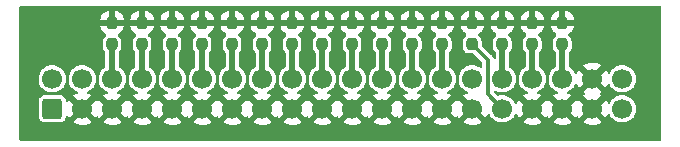
<source format=gbr>
%TF.GenerationSoftware,KiCad,Pcbnew,(6.0.5)*%
%TF.CreationDate,2022-06-05T02:43:02-04:00*%
%TF.ProjectId,Exp_Filter,4578705f-4669-46c7-9465-722e6b696361,rev?*%
%TF.SameCoordinates,Original*%
%TF.FileFunction,Copper,L1,Top*%
%TF.FilePolarity,Positive*%
%FSLAX46Y46*%
G04 Gerber Fmt 4.6, Leading zero omitted, Abs format (unit mm)*
G04 Created by KiCad (PCBNEW (6.0.5)) date 2022-06-05 02:43:02*
%MOMM*%
%LPD*%
G01*
G04 APERTURE LIST*
G04 Aperture macros list*
%AMRoundRect*
0 Rectangle with rounded corners*
0 $1 Rounding radius*
0 $2 $3 $4 $5 $6 $7 $8 $9 X,Y pos of 4 corners*
0 Add a 4 corners polygon primitive as box body*
4,1,4,$2,$3,$4,$5,$6,$7,$8,$9,$2,$3,0*
0 Add four circle primitives for the rounded corners*
1,1,$1+$1,$2,$3*
1,1,$1+$1,$4,$5*
1,1,$1+$1,$6,$7*
1,1,$1+$1,$8,$9*
0 Add four rect primitives between the rounded corners*
20,1,$1+$1,$2,$3,$4,$5,0*
20,1,$1+$1,$4,$5,$6,$7,0*
20,1,$1+$1,$6,$7,$8,$9,0*
20,1,$1+$1,$8,$9,$2,$3,0*%
G04 Aperture macros list end*
%TA.AperFunction,ComponentPad*%
%ADD10C,1.700000*%
%TD*%
%TA.AperFunction,ComponentPad*%
%ADD11RoundRect,0.250000X0.600000X-0.600000X0.600000X0.600000X-0.600000X0.600000X-0.600000X-0.600000X0*%
%TD*%
%TA.AperFunction,SMDPad,CuDef*%
%ADD12RoundRect,0.237500X0.237500X-0.250000X0.237500X0.250000X-0.237500X0.250000X-0.237500X-0.250000X0*%
%TD*%
%TA.AperFunction,Conductor*%
%ADD13C,0.350000*%
%TD*%
%TA.AperFunction,Conductor*%
%ADD14C,0.500000*%
%TD*%
G04 APERTURE END LIST*
D10*
%TO.P,J1,40,Pin_40*%
%TO.N,unconnected-(J1-Pad40)*%
X171380000Y-109462500D03*
%TO.P,J1,39,Pin_39*%
%TO.N,unconnected-(J1-Pad39)*%
X171380000Y-112002500D03*
%TO.P,J1,38,Pin_38*%
%TO.N,GND*%
X168840000Y-109462500D03*
%TO.P,J1,37,Pin_37*%
X168840000Y-112002500D03*
%TO.P,J1,36,Pin_36*%
%TO.N,OUT32*%
X166300000Y-109462500D03*
%TO.P,J1,35,Pin_35*%
%TO.N,GND*%
X166300000Y-112002500D03*
%TO.P,J1,34,Pin_34*%
%TO.N,OUT31*%
X163760000Y-109462500D03*
%TO.P,J1,33,Pin_33*%
%TO.N,GND*%
X163760000Y-112002500D03*
%TO.P,J1,32,Pin_32*%
%TO.N,OUT30*%
X161220000Y-109462500D03*
%TO.P,J1,31,Pin_31*%
%TO.N,OUT29*%
X161220000Y-112002500D03*
%TO.P,J1,30,Pin_30*%
%TO.N,unconnected-(J1-Pad30)*%
X158680000Y-109462500D03*
%TO.P,J1,29,Pin_29*%
%TO.N,GND*%
X158680000Y-112002500D03*
%TO.P,J1,28,Pin_28*%
%TO.N,OUT28*%
X156140000Y-109462500D03*
%TO.P,J1,27,Pin_27*%
%TO.N,GND*%
X156140000Y-112002500D03*
%TO.P,J1,26,Pin_26*%
%TO.N,OUT27*%
X153600000Y-109462500D03*
%TO.P,J1,25,Pin_25*%
%TO.N,GND*%
X153600000Y-112002500D03*
%TO.P,J1,24,Pin_24*%
%TO.N,OUT26*%
X151060000Y-109462500D03*
%TO.P,J1,23,Pin_23*%
%TO.N,GND*%
X151060000Y-112002500D03*
%TO.P,J1,22,Pin_22*%
%TO.N,OUT25*%
X148520000Y-109462500D03*
%TO.P,J1,21,Pin_21*%
%TO.N,GND*%
X148520000Y-112002500D03*
%TO.P,J1,20,Pin_20*%
%TO.N,OUT24*%
X145980000Y-109462500D03*
%TO.P,J1,19,Pin_19*%
%TO.N,GND*%
X145980000Y-112002500D03*
%TO.P,J1,18,Pin_18*%
%TO.N,OUT23*%
X143440000Y-109462500D03*
%TO.P,J1,17,Pin_17*%
%TO.N,GND*%
X143440000Y-112002500D03*
%TO.P,J1,16,Pin_16*%
%TO.N,OUT22*%
X140900000Y-109462500D03*
%TO.P,J1,15,Pin_15*%
%TO.N,GND*%
X140900000Y-112002500D03*
%TO.P,J1,14,Pin_14*%
%TO.N,OUT21*%
X138360000Y-109462500D03*
%TO.P,J1,13,Pin_13*%
%TO.N,GND*%
X138360000Y-112002500D03*
%TO.P,J1,12,Pin_12*%
%TO.N,OUT20*%
X135820000Y-109462500D03*
%TO.P,J1,11,Pin_11*%
%TO.N,GND*%
X135820000Y-112002500D03*
%TO.P,J1,10,Pin_10*%
%TO.N,OUT19*%
X133280000Y-109462500D03*
%TO.P,J1,9,Pin_9*%
%TO.N,GND*%
X133280000Y-112002500D03*
%TO.P,J1,8,Pin_8*%
%TO.N,OUT18*%
X130740000Y-109462500D03*
%TO.P,J1,7,Pin_7*%
%TO.N,GND*%
X130740000Y-112002500D03*
%TO.P,J1,6,Pin_6*%
%TO.N,OUT17*%
X128200000Y-109462500D03*
%TO.P,J1,5,Pin_5*%
%TO.N,GND*%
X128200000Y-112002500D03*
%TO.P,J1,4,Pin_4*%
%TO.N,unconnected-(J1-Pad4)*%
X125660000Y-109462500D03*
%TO.P,J1,3,Pin_3*%
%TO.N,GND*%
X125660000Y-112002500D03*
%TO.P,J1,2,Pin_2*%
%TO.N,unconnected-(J1-Pad2)*%
X123120000Y-109462500D03*
D11*
%TO.P,J1,1,Pin_1*%
%TO.N,unconnected-(J1-Pad1)*%
X123120000Y-112002500D03*
%TD*%
D12*
%TO.P,R16,1*%
%TO.N,OUT32*%
X166300000Y-106525000D03*
%TO.P,R16,2*%
%TO.N,GND*%
X166300000Y-104700000D03*
%TD*%
%TO.P,R15,1*%
%TO.N,OUT31*%
X163758000Y-106525000D03*
%TO.P,R15,2*%
%TO.N,GND*%
X163758000Y-104700000D03*
%TD*%
%TO.P,R14,1*%
%TO.N,OUT30*%
X161216000Y-106525000D03*
%TO.P,R14,2*%
%TO.N,GND*%
X161216000Y-104700000D03*
%TD*%
%TO.P,R13,1*%
%TO.N,OUT29*%
X158674000Y-106525000D03*
%TO.P,R13,2*%
%TO.N,GND*%
X158674000Y-104700000D03*
%TD*%
%TO.P,R12,1*%
%TO.N,OUT28*%
X156132000Y-106525000D03*
%TO.P,R12,2*%
%TO.N,GND*%
X156132000Y-104700000D03*
%TD*%
%TO.P,R11,1*%
%TO.N,OUT27*%
X153590000Y-106525000D03*
%TO.P,R11,2*%
%TO.N,GND*%
X153590000Y-104700000D03*
%TD*%
%TO.P,R10,1*%
%TO.N,OUT26*%
X151048000Y-106525000D03*
%TO.P,R10,2*%
%TO.N,GND*%
X151048000Y-104700000D03*
%TD*%
%TO.P,R9,1*%
%TO.N,OUT25*%
X148506000Y-106525000D03*
%TO.P,R9,2*%
%TO.N,GND*%
X148506000Y-104700000D03*
%TD*%
%TO.P,R8,2*%
%TO.N,GND*%
X145964000Y-104700000D03*
%TO.P,R8,1*%
%TO.N,OUT24*%
X145964000Y-106525000D03*
%TD*%
%TO.P,R7,1*%
%TO.N,OUT23*%
X143422000Y-106525000D03*
%TO.P,R7,2*%
%TO.N,GND*%
X143422000Y-104700000D03*
%TD*%
%TO.P,R6,1*%
%TO.N,OUT22*%
X140880000Y-106525000D03*
%TO.P,R6,2*%
%TO.N,GND*%
X140880000Y-104700000D03*
%TD*%
%TO.P,R5,1*%
%TO.N,OUT21*%
X138338000Y-106525000D03*
%TO.P,R5,2*%
%TO.N,GND*%
X138338000Y-104700000D03*
%TD*%
%TO.P,R4,1*%
%TO.N,OUT20*%
X135796000Y-106525000D03*
%TO.P,R4,2*%
%TO.N,GND*%
X135796000Y-104700000D03*
%TD*%
%TO.P,R3,1*%
%TO.N,OUT19*%
X133254000Y-106525000D03*
%TO.P,R3,2*%
%TO.N,GND*%
X133254000Y-104700000D03*
%TD*%
%TO.P,R2,1*%
%TO.N,OUT18*%
X130712000Y-106525000D03*
%TO.P,R2,2*%
%TO.N,GND*%
X130712000Y-104700000D03*
%TD*%
%TO.P,R1,1*%
%TO.N,OUT17*%
X128170000Y-106525000D03*
%TO.P,R1,2*%
%TO.N,GND*%
X128170000Y-104700000D03*
%TD*%
D13*
%TO.N,OUT29*%
X159995489Y-110777989D02*
X161220000Y-112002500D01*
X159995489Y-107846489D02*
X159995489Y-110777989D01*
X158674000Y-106525000D02*
X159995489Y-107846489D01*
D14*
%TO.N,OUT32*%
X166300000Y-106525000D02*
X166300000Y-109462500D01*
%TO.N,OUT31*%
X163758000Y-109460500D02*
X163760000Y-109462500D01*
X163758000Y-106525000D02*
X163758000Y-109460500D01*
%TO.N,OUT30*%
X161216000Y-109458500D02*
X161220000Y-109462500D01*
X161216000Y-106525000D02*
X161216000Y-109458500D01*
%TO.N,OUT28*%
X156132000Y-109454500D02*
X156140000Y-109462500D01*
X156132000Y-106525000D02*
X156132000Y-109454500D01*
%TO.N,OUT27*%
X153600000Y-106535000D02*
X153590000Y-106525000D01*
X153600000Y-109462500D02*
X153600000Y-106535000D01*
%TO.N,OUT26*%
X151048000Y-109450500D02*
X151060000Y-109462500D01*
X151048000Y-106525000D02*
X151048000Y-109450500D01*
%TO.N,OUT25*%
X148506000Y-106525000D02*
X148506000Y-109448500D01*
X148506000Y-109448500D02*
X148520000Y-109462500D01*
%TO.N,OUT24*%
X145980000Y-106541000D02*
X145964000Y-106525000D01*
X145980000Y-109462500D02*
X145980000Y-106541000D01*
%TO.N,OUT23*%
X143440000Y-106543000D02*
X143422000Y-106525000D01*
X143440000Y-109462500D02*
X143440000Y-106543000D01*
%TO.N,OUT22*%
X140900000Y-106545000D02*
X140880000Y-106525000D01*
X140900000Y-109462500D02*
X140900000Y-106545000D01*
%TO.N,OUT21*%
X138338000Y-109440500D02*
X138360000Y-109462500D01*
X138338000Y-106525000D02*
X138338000Y-109440500D01*
%TO.N,OUT20*%
X135796000Y-109438500D02*
X135820000Y-109462500D01*
X135796000Y-106525000D02*
X135796000Y-109438500D01*
%TO.N,OUT19*%
X133254000Y-109436500D02*
X133280000Y-109462500D01*
X133254000Y-106525000D02*
X133254000Y-109436500D01*
%TO.N,OUT18*%
X130712000Y-106525000D02*
X130712000Y-109434500D01*
X130712000Y-109434500D02*
X130740000Y-109462500D01*
%TO.N,OUT17*%
X128170000Y-106525000D02*
X128170000Y-109432500D01*
X128170000Y-109432500D02*
X128200000Y-109462500D01*
%TD*%
%TA.AperFunction,Conductor*%
%TO.N,GND*%
G36*
X174650691Y-103327407D02*
G01*
X174686655Y-103376907D01*
X174691500Y-103407500D01*
X174691500Y-114592500D01*
X174672593Y-114650691D01*
X174623093Y-114686655D01*
X174592500Y-114691500D01*
X120407500Y-114691500D01*
X120349309Y-114672593D01*
X120313345Y-114623093D01*
X120308500Y-114592500D01*
X120308500Y-112645892D01*
X121961500Y-112645892D01*
X121972522Y-112736973D01*
X122028852Y-112879247D01*
X122032932Y-112884622D01*
X122032933Y-112884624D01*
X122091164Y-112961340D01*
X122121368Y-113001132D01*
X122126751Y-113005218D01*
X122207930Y-113066836D01*
X122243253Y-113093648D01*
X122385527Y-113149978D01*
X122476608Y-113161000D01*
X123763392Y-113161000D01*
X123854473Y-113149978D01*
X123910645Y-113127738D01*
X124899387Y-113127738D01*
X124906207Y-113134962D01*
X125067713Y-113229338D01*
X125075008Y-113232834D01*
X125276038Y-113309599D01*
X125283808Y-113311857D01*
X125494674Y-113354758D01*
X125502717Y-113355717D01*
X125717761Y-113363602D01*
X125725838Y-113363236D01*
X125939280Y-113335894D01*
X125947210Y-113334208D01*
X126153304Y-113272376D01*
X126160852Y-113269418D01*
X126354090Y-113174752D01*
X126361045Y-113170605D01*
X126411229Y-113134809D01*
X126416461Y-113127738D01*
X127439387Y-113127738D01*
X127446207Y-113134962D01*
X127607713Y-113229338D01*
X127615008Y-113232834D01*
X127816038Y-113309599D01*
X127823808Y-113311857D01*
X128034674Y-113354758D01*
X128042717Y-113355717D01*
X128257761Y-113363602D01*
X128265838Y-113363236D01*
X128479280Y-113335894D01*
X128487210Y-113334208D01*
X128693304Y-113272376D01*
X128700852Y-113269418D01*
X128894090Y-113174752D01*
X128901045Y-113170605D01*
X128951229Y-113134809D01*
X128956461Y-113127738D01*
X129979387Y-113127738D01*
X129986207Y-113134962D01*
X130147713Y-113229338D01*
X130155008Y-113232834D01*
X130356038Y-113309599D01*
X130363808Y-113311857D01*
X130574674Y-113354758D01*
X130582717Y-113355717D01*
X130797761Y-113363602D01*
X130805838Y-113363236D01*
X131019280Y-113335894D01*
X131027210Y-113334208D01*
X131233304Y-113272376D01*
X131240852Y-113269418D01*
X131434090Y-113174752D01*
X131441045Y-113170605D01*
X131491229Y-113134809D01*
X131496461Y-113127738D01*
X132519387Y-113127738D01*
X132526207Y-113134962D01*
X132687713Y-113229338D01*
X132695008Y-113232834D01*
X132896038Y-113309599D01*
X132903808Y-113311857D01*
X133114674Y-113354758D01*
X133122717Y-113355717D01*
X133337761Y-113363602D01*
X133345838Y-113363236D01*
X133559280Y-113335894D01*
X133567210Y-113334208D01*
X133773304Y-113272376D01*
X133780852Y-113269418D01*
X133974090Y-113174752D01*
X133981045Y-113170605D01*
X134031229Y-113134809D01*
X134036461Y-113127738D01*
X135059387Y-113127738D01*
X135066207Y-113134962D01*
X135227713Y-113229338D01*
X135235008Y-113232834D01*
X135436038Y-113309599D01*
X135443808Y-113311857D01*
X135654674Y-113354758D01*
X135662717Y-113355717D01*
X135877761Y-113363602D01*
X135885838Y-113363236D01*
X136099280Y-113335894D01*
X136107210Y-113334208D01*
X136313304Y-113272376D01*
X136320852Y-113269418D01*
X136514090Y-113174752D01*
X136521045Y-113170605D01*
X136571229Y-113134809D01*
X136576461Y-113127738D01*
X137599387Y-113127738D01*
X137606207Y-113134962D01*
X137767713Y-113229338D01*
X137775008Y-113232834D01*
X137976038Y-113309599D01*
X137983808Y-113311857D01*
X138194674Y-113354758D01*
X138202717Y-113355717D01*
X138417761Y-113363602D01*
X138425838Y-113363236D01*
X138639280Y-113335894D01*
X138647210Y-113334208D01*
X138853304Y-113272376D01*
X138860852Y-113269418D01*
X139054090Y-113174752D01*
X139061045Y-113170605D01*
X139111229Y-113134809D01*
X139116461Y-113127738D01*
X140139387Y-113127738D01*
X140146207Y-113134962D01*
X140307713Y-113229338D01*
X140315008Y-113232834D01*
X140516038Y-113309599D01*
X140523808Y-113311857D01*
X140734674Y-113354758D01*
X140742717Y-113355717D01*
X140957761Y-113363602D01*
X140965838Y-113363236D01*
X141179280Y-113335894D01*
X141187210Y-113334208D01*
X141393304Y-113272376D01*
X141400852Y-113269418D01*
X141594090Y-113174752D01*
X141601045Y-113170605D01*
X141651229Y-113134809D01*
X141656461Y-113127738D01*
X142679387Y-113127738D01*
X142686207Y-113134962D01*
X142847713Y-113229338D01*
X142855008Y-113232834D01*
X143056038Y-113309599D01*
X143063808Y-113311857D01*
X143274674Y-113354758D01*
X143282717Y-113355717D01*
X143497761Y-113363602D01*
X143505838Y-113363236D01*
X143719280Y-113335894D01*
X143727210Y-113334208D01*
X143933304Y-113272376D01*
X143940852Y-113269418D01*
X144134090Y-113174752D01*
X144141045Y-113170605D01*
X144191229Y-113134809D01*
X144196461Y-113127738D01*
X145219387Y-113127738D01*
X145226207Y-113134962D01*
X145387713Y-113229338D01*
X145395008Y-113232834D01*
X145596038Y-113309599D01*
X145603808Y-113311857D01*
X145814674Y-113354758D01*
X145822717Y-113355717D01*
X146037761Y-113363602D01*
X146045838Y-113363236D01*
X146259280Y-113335894D01*
X146267210Y-113334208D01*
X146473304Y-113272376D01*
X146480852Y-113269418D01*
X146674090Y-113174752D01*
X146681045Y-113170605D01*
X146731229Y-113134809D01*
X146736461Y-113127738D01*
X147759387Y-113127738D01*
X147766207Y-113134962D01*
X147927713Y-113229338D01*
X147935008Y-113232834D01*
X148136038Y-113309599D01*
X148143808Y-113311857D01*
X148354674Y-113354758D01*
X148362717Y-113355717D01*
X148577761Y-113363602D01*
X148585838Y-113363236D01*
X148799280Y-113335894D01*
X148807210Y-113334208D01*
X149013304Y-113272376D01*
X149020852Y-113269418D01*
X149214090Y-113174752D01*
X149221045Y-113170605D01*
X149271229Y-113134809D01*
X149276461Y-113127738D01*
X150299387Y-113127738D01*
X150306207Y-113134962D01*
X150467713Y-113229338D01*
X150475008Y-113232834D01*
X150676038Y-113309599D01*
X150683808Y-113311857D01*
X150894674Y-113354758D01*
X150902717Y-113355717D01*
X151117761Y-113363602D01*
X151125838Y-113363236D01*
X151339280Y-113335894D01*
X151347210Y-113334208D01*
X151553304Y-113272376D01*
X151560852Y-113269418D01*
X151754090Y-113174752D01*
X151761045Y-113170605D01*
X151811229Y-113134809D01*
X151816461Y-113127738D01*
X152839387Y-113127738D01*
X152846207Y-113134962D01*
X153007713Y-113229338D01*
X153015008Y-113232834D01*
X153216038Y-113309599D01*
X153223808Y-113311857D01*
X153434674Y-113354758D01*
X153442717Y-113355717D01*
X153657761Y-113363602D01*
X153665838Y-113363236D01*
X153879280Y-113335894D01*
X153887210Y-113334208D01*
X154093304Y-113272376D01*
X154100852Y-113269418D01*
X154294090Y-113174752D01*
X154301045Y-113170605D01*
X154351229Y-113134809D01*
X154356461Y-113127738D01*
X155379387Y-113127738D01*
X155386207Y-113134962D01*
X155547713Y-113229338D01*
X155555008Y-113232834D01*
X155756038Y-113309599D01*
X155763808Y-113311857D01*
X155974674Y-113354758D01*
X155982717Y-113355717D01*
X156197761Y-113363602D01*
X156205838Y-113363236D01*
X156419280Y-113335894D01*
X156427210Y-113334208D01*
X156633304Y-113272376D01*
X156640852Y-113269418D01*
X156834090Y-113174752D01*
X156841045Y-113170605D01*
X156891229Y-113134809D01*
X156896461Y-113127738D01*
X157919387Y-113127738D01*
X157926207Y-113134962D01*
X158087713Y-113229338D01*
X158095008Y-113232834D01*
X158296038Y-113309599D01*
X158303808Y-113311857D01*
X158514674Y-113354758D01*
X158522717Y-113355717D01*
X158737761Y-113363602D01*
X158745838Y-113363236D01*
X158959280Y-113335894D01*
X158967210Y-113334208D01*
X159173304Y-113272376D01*
X159180852Y-113269418D01*
X159374090Y-113174752D01*
X159381045Y-113170605D01*
X159431229Y-113134809D01*
X159439163Y-113124087D01*
X159439170Y-113123224D01*
X159435554Y-113117264D01*
X158691086Y-112372796D01*
X158679203Y-112366742D01*
X158674172Y-112367538D01*
X157925011Y-113116699D01*
X157919387Y-113127738D01*
X156896461Y-113127738D01*
X156899163Y-113124087D01*
X156899170Y-113123224D01*
X156895554Y-113117264D01*
X156151086Y-112372796D01*
X156139203Y-112366742D01*
X156134172Y-112367538D01*
X155385011Y-113116699D01*
X155379387Y-113127738D01*
X154356461Y-113127738D01*
X154359163Y-113124087D01*
X154359170Y-113123224D01*
X154355554Y-113117264D01*
X153611086Y-112372796D01*
X153599203Y-112366742D01*
X153594172Y-112367538D01*
X152845011Y-113116699D01*
X152839387Y-113127738D01*
X151816461Y-113127738D01*
X151819163Y-113124087D01*
X151819170Y-113123224D01*
X151815554Y-113117264D01*
X151071086Y-112372796D01*
X151059203Y-112366742D01*
X151054172Y-112367538D01*
X150305011Y-113116699D01*
X150299387Y-113127738D01*
X149276461Y-113127738D01*
X149279163Y-113124087D01*
X149279170Y-113123224D01*
X149275554Y-113117264D01*
X148531086Y-112372796D01*
X148519203Y-112366742D01*
X148514172Y-112367538D01*
X147765011Y-113116699D01*
X147759387Y-113127738D01*
X146736461Y-113127738D01*
X146739163Y-113124087D01*
X146739170Y-113123224D01*
X146735554Y-113117264D01*
X145991086Y-112372796D01*
X145979203Y-112366742D01*
X145974172Y-112367538D01*
X145225011Y-113116699D01*
X145219387Y-113127738D01*
X144196461Y-113127738D01*
X144199163Y-113124087D01*
X144199170Y-113123224D01*
X144195554Y-113117264D01*
X143451086Y-112372796D01*
X143439203Y-112366742D01*
X143434172Y-112367538D01*
X142685011Y-113116699D01*
X142679387Y-113127738D01*
X141656461Y-113127738D01*
X141659163Y-113124087D01*
X141659170Y-113123224D01*
X141655554Y-113117264D01*
X140911086Y-112372796D01*
X140899203Y-112366742D01*
X140894172Y-112367538D01*
X140145011Y-113116699D01*
X140139387Y-113127738D01*
X139116461Y-113127738D01*
X139119163Y-113124087D01*
X139119170Y-113123224D01*
X139115554Y-113117264D01*
X138371086Y-112372796D01*
X138359203Y-112366742D01*
X138354172Y-112367538D01*
X137605011Y-113116699D01*
X137599387Y-113127738D01*
X136576461Y-113127738D01*
X136579163Y-113124087D01*
X136579170Y-113123224D01*
X136575554Y-113117264D01*
X135831086Y-112372796D01*
X135819203Y-112366742D01*
X135814172Y-112367538D01*
X135065011Y-113116699D01*
X135059387Y-113127738D01*
X134036461Y-113127738D01*
X134039163Y-113124087D01*
X134039170Y-113123224D01*
X134035554Y-113117264D01*
X133291086Y-112372796D01*
X133279203Y-112366742D01*
X133274172Y-112367538D01*
X132525011Y-113116699D01*
X132519387Y-113127738D01*
X131496461Y-113127738D01*
X131499163Y-113124087D01*
X131499170Y-113123224D01*
X131495554Y-113117264D01*
X130751086Y-112372796D01*
X130739203Y-112366742D01*
X130734172Y-112367538D01*
X129985011Y-113116699D01*
X129979387Y-113127738D01*
X128956461Y-113127738D01*
X128959163Y-113124087D01*
X128959170Y-113123224D01*
X128955554Y-113117264D01*
X128211086Y-112372796D01*
X128199203Y-112366742D01*
X128194172Y-112367538D01*
X127445011Y-113116699D01*
X127439387Y-113127738D01*
X126416461Y-113127738D01*
X126419163Y-113124087D01*
X126419170Y-113123224D01*
X126415554Y-113117264D01*
X125671086Y-112372796D01*
X125659203Y-112366742D01*
X125654172Y-112367538D01*
X124905011Y-113116699D01*
X124899387Y-113127738D01*
X123910645Y-113127738D01*
X123996747Y-113093648D01*
X124032071Y-113066836D01*
X124113249Y-113005218D01*
X124118632Y-113001132D01*
X124148836Y-112961340D01*
X124207067Y-112884624D01*
X124207068Y-112884622D01*
X124211148Y-112879247D01*
X124267478Y-112736973D01*
X124274523Y-112678758D01*
X124300284Y-112623260D01*
X124353747Y-112593504D01*
X124414489Y-112600855D01*
X124457217Y-112638925D01*
X124527732Y-112753996D01*
X124537419Y-112762269D01*
X124545605Y-112757685D01*
X125289704Y-112013586D01*
X125294946Y-112003297D01*
X126024242Y-112003297D01*
X126025038Y-112008328D01*
X126772200Y-112755490D01*
X126784083Y-112761544D01*
X126785028Y-112761395D01*
X126790201Y-112756953D01*
X126825649Y-112707621D01*
X126829822Y-112700676D01*
X126841990Y-112676057D01*
X126884723Y-112632267D01*
X126945033Y-112621958D01*
X126999885Y-112649068D01*
X127015153Y-112668194D01*
X127067732Y-112753996D01*
X127077419Y-112762269D01*
X127085605Y-112757685D01*
X127829704Y-112013586D01*
X127834946Y-112003297D01*
X128564242Y-112003297D01*
X128565038Y-112008328D01*
X129312200Y-112755490D01*
X129324083Y-112761544D01*
X129325028Y-112761395D01*
X129330201Y-112756953D01*
X129365649Y-112707621D01*
X129369822Y-112700676D01*
X129381990Y-112676057D01*
X129424723Y-112632267D01*
X129485033Y-112621958D01*
X129539885Y-112649068D01*
X129555153Y-112668194D01*
X129607732Y-112753996D01*
X129617419Y-112762269D01*
X129625605Y-112757685D01*
X130369704Y-112013586D01*
X130374946Y-112003297D01*
X131104242Y-112003297D01*
X131105038Y-112008328D01*
X131852200Y-112755490D01*
X131864083Y-112761544D01*
X131865028Y-112761395D01*
X131870201Y-112756953D01*
X131905649Y-112707621D01*
X131909822Y-112700676D01*
X131921990Y-112676057D01*
X131964723Y-112632267D01*
X132025033Y-112621958D01*
X132079885Y-112649068D01*
X132095153Y-112668194D01*
X132147732Y-112753996D01*
X132157419Y-112762269D01*
X132165605Y-112757685D01*
X132909704Y-112013586D01*
X132914946Y-112003297D01*
X133644242Y-112003297D01*
X133645038Y-112008328D01*
X134392200Y-112755490D01*
X134404083Y-112761544D01*
X134405028Y-112761395D01*
X134410201Y-112756953D01*
X134445649Y-112707621D01*
X134449822Y-112700676D01*
X134461990Y-112676057D01*
X134504723Y-112632267D01*
X134565033Y-112621958D01*
X134619885Y-112649068D01*
X134635153Y-112668194D01*
X134687732Y-112753996D01*
X134697419Y-112762269D01*
X134705605Y-112757685D01*
X135449704Y-112013586D01*
X135454946Y-112003297D01*
X136184242Y-112003297D01*
X136185038Y-112008328D01*
X136932200Y-112755490D01*
X136944083Y-112761544D01*
X136945028Y-112761395D01*
X136950201Y-112756953D01*
X136985649Y-112707621D01*
X136989822Y-112700676D01*
X137001990Y-112676057D01*
X137044723Y-112632267D01*
X137105033Y-112621958D01*
X137159885Y-112649068D01*
X137175153Y-112668194D01*
X137227732Y-112753996D01*
X137237419Y-112762269D01*
X137245605Y-112757685D01*
X137989704Y-112013586D01*
X137994946Y-112003297D01*
X138724242Y-112003297D01*
X138725038Y-112008328D01*
X139472200Y-112755490D01*
X139484083Y-112761544D01*
X139485028Y-112761395D01*
X139490201Y-112756953D01*
X139525649Y-112707621D01*
X139529822Y-112700676D01*
X139541990Y-112676057D01*
X139584723Y-112632267D01*
X139645033Y-112621958D01*
X139699885Y-112649068D01*
X139715153Y-112668194D01*
X139767732Y-112753996D01*
X139777419Y-112762269D01*
X139785605Y-112757685D01*
X140529704Y-112013586D01*
X140534946Y-112003297D01*
X141264242Y-112003297D01*
X141265038Y-112008328D01*
X142012200Y-112755490D01*
X142024083Y-112761544D01*
X142025028Y-112761395D01*
X142030201Y-112756953D01*
X142065649Y-112707621D01*
X142069822Y-112700676D01*
X142081990Y-112676057D01*
X142124723Y-112632267D01*
X142185033Y-112621958D01*
X142239885Y-112649068D01*
X142255153Y-112668194D01*
X142307732Y-112753996D01*
X142317419Y-112762269D01*
X142325605Y-112757685D01*
X143069704Y-112013586D01*
X143074946Y-112003297D01*
X143804242Y-112003297D01*
X143805038Y-112008328D01*
X144552200Y-112755490D01*
X144564083Y-112761544D01*
X144565028Y-112761395D01*
X144570201Y-112756953D01*
X144605649Y-112707621D01*
X144609822Y-112700676D01*
X144621990Y-112676057D01*
X144664723Y-112632267D01*
X144725033Y-112621958D01*
X144779885Y-112649068D01*
X144795153Y-112668194D01*
X144847732Y-112753996D01*
X144857419Y-112762269D01*
X144865605Y-112757685D01*
X145609704Y-112013586D01*
X145614946Y-112003297D01*
X146344242Y-112003297D01*
X146345038Y-112008328D01*
X147092200Y-112755490D01*
X147104083Y-112761544D01*
X147105028Y-112761395D01*
X147110201Y-112756953D01*
X147145649Y-112707621D01*
X147149822Y-112700676D01*
X147161990Y-112676057D01*
X147204723Y-112632267D01*
X147265033Y-112621958D01*
X147319885Y-112649068D01*
X147335153Y-112668194D01*
X147387732Y-112753996D01*
X147397419Y-112762269D01*
X147405605Y-112757685D01*
X148149704Y-112013586D01*
X148154946Y-112003297D01*
X148884242Y-112003297D01*
X148885038Y-112008328D01*
X149632200Y-112755490D01*
X149644083Y-112761544D01*
X149645028Y-112761395D01*
X149650201Y-112756953D01*
X149685649Y-112707621D01*
X149689822Y-112700676D01*
X149701990Y-112676057D01*
X149744723Y-112632267D01*
X149805033Y-112621958D01*
X149859885Y-112649068D01*
X149875153Y-112668194D01*
X149927732Y-112753996D01*
X149937419Y-112762269D01*
X149945605Y-112757685D01*
X150689704Y-112013586D01*
X150694946Y-112003297D01*
X151424242Y-112003297D01*
X151425038Y-112008328D01*
X152172200Y-112755490D01*
X152184083Y-112761544D01*
X152185028Y-112761395D01*
X152190201Y-112756953D01*
X152225649Y-112707621D01*
X152229822Y-112700676D01*
X152241990Y-112676057D01*
X152284723Y-112632267D01*
X152345033Y-112621958D01*
X152399885Y-112649068D01*
X152415153Y-112668194D01*
X152467732Y-112753996D01*
X152477419Y-112762269D01*
X152485605Y-112757685D01*
X153229704Y-112013586D01*
X153234946Y-112003297D01*
X153964242Y-112003297D01*
X153965038Y-112008328D01*
X154712200Y-112755490D01*
X154724083Y-112761544D01*
X154725028Y-112761395D01*
X154730201Y-112756953D01*
X154765649Y-112707621D01*
X154769822Y-112700676D01*
X154781990Y-112676057D01*
X154824723Y-112632267D01*
X154885033Y-112621958D01*
X154939885Y-112649068D01*
X154955153Y-112668194D01*
X155007732Y-112753996D01*
X155017419Y-112762269D01*
X155025605Y-112757685D01*
X155769704Y-112013586D01*
X155774946Y-112003297D01*
X156504242Y-112003297D01*
X156505038Y-112008328D01*
X157252200Y-112755490D01*
X157264083Y-112761544D01*
X157265028Y-112761395D01*
X157270201Y-112756953D01*
X157305649Y-112707621D01*
X157309822Y-112700676D01*
X157321990Y-112676057D01*
X157364723Y-112632267D01*
X157425033Y-112621958D01*
X157479885Y-112649068D01*
X157495153Y-112668194D01*
X157547732Y-112753996D01*
X157557419Y-112762269D01*
X157565605Y-112757685D01*
X158309704Y-112013586D01*
X158315758Y-112001703D01*
X158314962Y-111996672D01*
X157568123Y-111249833D01*
X157556240Y-111243779D01*
X157555941Y-111243826D01*
X157550015Y-111249042D01*
X157497466Y-111326075D01*
X157495026Y-111330371D01*
X157449845Y-111371631D01*
X157389042Y-111378454D01*
X157335840Y-111348234D01*
X157325822Y-111335249D01*
X157271743Y-111251655D01*
X157261549Y-111243371D01*
X157253975Y-111247735D01*
X156510296Y-111991414D01*
X156504242Y-112003297D01*
X155774946Y-112003297D01*
X155775758Y-112001703D01*
X155774962Y-111996672D01*
X155028123Y-111249833D01*
X155016240Y-111243779D01*
X155015941Y-111243826D01*
X155010015Y-111249042D01*
X154957466Y-111326075D01*
X154955026Y-111330371D01*
X154909845Y-111371631D01*
X154849042Y-111378454D01*
X154795840Y-111348234D01*
X154785822Y-111335249D01*
X154731743Y-111251655D01*
X154721549Y-111243371D01*
X154713975Y-111247735D01*
X153970296Y-111991414D01*
X153964242Y-112003297D01*
X153234946Y-112003297D01*
X153235758Y-112001703D01*
X153234962Y-111996672D01*
X152488123Y-111249833D01*
X152476240Y-111243779D01*
X152475941Y-111243826D01*
X152470015Y-111249042D01*
X152417466Y-111326075D01*
X152415026Y-111330371D01*
X152369845Y-111371631D01*
X152309042Y-111378454D01*
X152255840Y-111348234D01*
X152245822Y-111335249D01*
X152191743Y-111251655D01*
X152181549Y-111243371D01*
X152173975Y-111247735D01*
X151430296Y-111991414D01*
X151424242Y-112003297D01*
X150694946Y-112003297D01*
X150695758Y-112001703D01*
X150694962Y-111996672D01*
X149948123Y-111249833D01*
X149936240Y-111243779D01*
X149935941Y-111243826D01*
X149930015Y-111249042D01*
X149877466Y-111326075D01*
X149875026Y-111330371D01*
X149829845Y-111371631D01*
X149769042Y-111378454D01*
X149715840Y-111348234D01*
X149705822Y-111335249D01*
X149651743Y-111251655D01*
X149641549Y-111243371D01*
X149633975Y-111247735D01*
X148890296Y-111991414D01*
X148884242Y-112003297D01*
X148154946Y-112003297D01*
X148155758Y-112001703D01*
X148154962Y-111996672D01*
X147408123Y-111249833D01*
X147396240Y-111243779D01*
X147395941Y-111243826D01*
X147390015Y-111249042D01*
X147337466Y-111326075D01*
X147335026Y-111330371D01*
X147289845Y-111371631D01*
X147229042Y-111378454D01*
X147175840Y-111348234D01*
X147165822Y-111335249D01*
X147111743Y-111251655D01*
X147101549Y-111243371D01*
X147093975Y-111247735D01*
X146350296Y-111991414D01*
X146344242Y-112003297D01*
X145614946Y-112003297D01*
X145615758Y-112001703D01*
X145614962Y-111996672D01*
X144868123Y-111249833D01*
X144856240Y-111243779D01*
X144855941Y-111243826D01*
X144850015Y-111249042D01*
X144797466Y-111326075D01*
X144795026Y-111330371D01*
X144749845Y-111371631D01*
X144689042Y-111378454D01*
X144635840Y-111348234D01*
X144625822Y-111335249D01*
X144571743Y-111251655D01*
X144561549Y-111243371D01*
X144553975Y-111247735D01*
X143810296Y-111991414D01*
X143804242Y-112003297D01*
X143074946Y-112003297D01*
X143075758Y-112001703D01*
X143074962Y-111996672D01*
X142328123Y-111249833D01*
X142316240Y-111243779D01*
X142315941Y-111243826D01*
X142310015Y-111249042D01*
X142257466Y-111326075D01*
X142255026Y-111330371D01*
X142209845Y-111371631D01*
X142149042Y-111378454D01*
X142095840Y-111348234D01*
X142085822Y-111335249D01*
X142031743Y-111251655D01*
X142021549Y-111243371D01*
X142013975Y-111247735D01*
X141270296Y-111991414D01*
X141264242Y-112003297D01*
X140534946Y-112003297D01*
X140535758Y-112001703D01*
X140534962Y-111996672D01*
X139788123Y-111249833D01*
X139776240Y-111243779D01*
X139775941Y-111243826D01*
X139770015Y-111249042D01*
X139717466Y-111326075D01*
X139715026Y-111330371D01*
X139669845Y-111371631D01*
X139609042Y-111378454D01*
X139555840Y-111348234D01*
X139545822Y-111335249D01*
X139491743Y-111251655D01*
X139481549Y-111243371D01*
X139473975Y-111247735D01*
X138730296Y-111991414D01*
X138724242Y-112003297D01*
X137994946Y-112003297D01*
X137995758Y-112001703D01*
X137994962Y-111996672D01*
X137248123Y-111249833D01*
X137236240Y-111243779D01*
X137235941Y-111243826D01*
X137230015Y-111249042D01*
X137177466Y-111326075D01*
X137175026Y-111330371D01*
X137129845Y-111371631D01*
X137069042Y-111378454D01*
X137015840Y-111348234D01*
X137005822Y-111335249D01*
X136951743Y-111251655D01*
X136941549Y-111243371D01*
X136933975Y-111247735D01*
X136190296Y-111991414D01*
X136184242Y-112003297D01*
X135454946Y-112003297D01*
X135455758Y-112001703D01*
X135454962Y-111996672D01*
X134708123Y-111249833D01*
X134696240Y-111243779D01*
X134695941Y-111243826D01*
X134690015Y-111249042D01*
X134637466Y-111326075D01*
X134635026Y-111330371D01*
X134589845Y-111371631D01*
X134529042Y-111378454D01*
X134475840Y-111348234D01*
X134465822Y-111335249D01*
X134411743Y-111251655D01*
X134401549Y-111243371D01*
X134393975Y-111247735D01*
X133650296Y-111991414D01*
X133644242Y-112003297D01*
X132914946Y-112003297D01*
X132915758Y-112001703D01*
X132914962Y-111996672D01*
X132168123Y-111249833D01*
X132156240Y-111243779D01*
X132155941Y-111243826D01*
X132150015Y-111249042D01*
X132097466Y-111326075D01*
X132095026Y-111330371D01*
X132049845Y-111371631D01*
X131989042Y-111378454D01*
X131935840Y-111348234D01*
X131925822Y-111335249D01*
X131871743Y-111251655D01*
X131861549Y-111243371D01*
X131853975Y-111247735D01*
X131110296Y-111991414D01*
X131104242Y-112003297D01*
X130374946Y-112003297D01*
X130375758Y-112001703D01*
X130374962Y-111996672D01*
X129628123Y-111249833D01*
X129616240Y-111243779D01*
X129615941Y-111243826D01*
X129610015Y-111249042D01*
X129557466Y-111326075D01*
X129555026Y-111330371D01*
X129509845Y-111371631D01*
X129449042Y-111378454D01*
X129395840Y-111348234D01*
X129385822Y-111335249D01*
X129331743Y-111251655D01*
X129321549Y-111243371D01*
X129313975Y-111247735D01*
X128570296Y-111991414D01*
X128564242Y-112003297D01*
X127834946Y-112003297D01*
X127835758Y-112001703D01*
X127834962Y-111996672D01*
X127088123Y-111249833D01*
X127076240Y-111243779D01*
X127075941Y-111243826D01*
X127070015Y-111249042D01*
X127017466Y-111326075D01*
X127015026Y-111330371D01*
X126969845Y-111371631D01*
X126909042Y-111378454D01*
X126855840Y-111348234D01*
X126845822Y-111335249D01*
X126791743Y-111251655D01*
X126781549Y-111243371D01*
X126773975Y-111247735D01*
X126030296Y-111991414D01*
X126024242Y-112003297D01*
X125294946Y-112003297D01*
X125295758Y-112001703D01*
X125294962Y-111996672D01*
X124548123Y-111249833D01*
X124536240Y-111243779D01*
X124535941Y-111243826D01*
X124530015Y-111249042D01*
X124477466Y-111326075D01*
X124473474Y-111333103D01*
X124462651Y-111356420D01*
X124421001Y-111401241D01*
X124360960Y-111413021D01*
X124305462Y-111387260D01*
X124275705Y-111333798D01*
X124274570Y-111326632D01*
X124268242Y-111274341D01*
X124267478Y-111268027D01*
X124211148Y-111125753D01*
X124186469Y-111093239D01*
X124122718Y-111009251D01*
X124118632Y-111003868D01*
X124071731Y-110968268D01*
X124002124Y-110915433D01*
X124002122Y-110915432D01*
X123996747Y-110911352D01*
X123854473Y-110855022D01*
X123763392Y-110844000D01*
X122476608Y-110844000D01*
X122385527Y-110855022D01*
X122243253Y-110911352D01*
X122237878Y-110915432D01*
X122237876Y-110915433D01*
X122168269Y-110968268D01*
X122121368Y-111003868D01*
X122117282Y-111009251D01*
X122053532Y-111093239D01*
X122028852Y-111125753D01*
X121972522Y-111268027D01*
X121961500Y-111359108D01*
X121961500Y-112645892D01*
X120308500Y-112645892D01*
X120308500Y-109432044D01*
X121956936Y-109432044D01*
X121970861Y-109644506D01*
X121971977Y-109648899D01*
X121971977Y-109648901D01*
X121994709Y-109738407D01*
X122023272Y-109850872D01*
X122112411Y-110044231D01*
X122235296Y-110218109D01*
X122387809Y-110366681D01*
X122391584Y-110369203D01*
X122391586Y-110369205D01*
X122469612Y-110421340D01*
X122564843Y-110484971D01*
X122760470Y-110569019D01*
X122968138Y-110616009D01*
X123074515Y-110620189D01*
X123176358Y-110624191D01*
X123176359Y-110624191D01*
X123180891Y-110624369D01*
X123391605Y-110593816D01*
X123395904Y-110592357D01*
X123395907Y-110592356D01*
X123588922Y-110526836D01*
X123593223Y-110525376D01*
X123778993Y-110421340D01*
X123782481Y-110418439D01*
X123782484Y-110418437D01*
X123939200Y-110288098D01*
X123942693Y-110285193D01*
X123998486Y-110218109D01*
X124075937Y-110124984D01*
X124075939Y-110124981D01*
X124078840Y-110121493D01*
X124182876Y-109935723D01*
X124194421Y-109901712D01*
X124249856Y-109738407D01*
X124249857Y-109738404D01*
X124251316Y-109734105D01*
X124281869Y-109523391D01*
X124283311Y-109468328D01*
X124283387Y-109465414D01*
X124283387Y-109465409D01*
X124283463Y-109462500D01*
X124282928Y-109456672D01*
X124280665Y-109432044D01*
X124496936Y-109432044D01*
X124510861Y-109644506D01*
X124511977Y-109648899D01*
X124511977Y-109648901D01*
X124534709Y-109738407D01*
X124563272Y-109850872D01*
X124652411Y-110044231D01*
X124775296Y-110218109D01*
X124927809Y-110366681D01*
X124931584Y-110369203D01*
X124931586Y-110369205D01*
X125009612Y-110421340D01*
X125104843Y-110484971D01*
X125109010Y-110486761D01*
X125109015Y-110486764D01*
X125220995Y-110534874D01*
X125266996Y-110575216D01*
X125280500Y-110634893D01*
X125256347Y-110691109D01*
X125212672Y-110719935D01*
X125135807Y-110745058D01*
X125128350Y-110748193D01*
X124937482Y-110847553D01*
X124930623Y-110851872D01*
X124907726Y-110869064D01*
X124900058Y-110879975D01*
X124900082Y-110881494D01*
X124903193Y-110886483D01*
X125648914Y-111632204D01*
X125660797Y-111638258D01*
X125665828Y-111637462D01*
X126415115Y-110888175D01*
X126421169Y-110876292D01*
X126420830Y-110874152D01*
X126417796Y-110870451D01*
X126417268Y-110870034D01*
X126410527Y-110865555D01*
X126222141Y-110761560D01*
X126214749Y-110758238D01*
X126108220Y-110720514D01*
X126059678Y-110683267D01*
X126042301Y-110624601D01*
X126062725Y-110566925D01*
X126109443Y-110533448D01*
X126133223Y-110525376D01*
X126318993Y-110421340D01*
X126322481Y-110418439D01*
X126322484Y-110418437D01*
X126479200Y-110288098D01*
X126482693Y-110285193D01*
X126538486Y-110218109D01*
X126615937Y-110124984D01*
X126615939Y-110124981D01*
X126618840Y-110121493D01*
X126722876Y-109935723D01*
X126734421Y-109901712D01*
X126789856Y-109738407D01*
X126789857Y-109738404D01*
X126791316Y-109734105D01*
X126821869Y-109523391D01*
X126823311Y-109468328D01*
X126823387Y-109465414D01*
X126823387Y-109465409D01*
X126823463Y-109462500D01*
X126822928Y-109456672D01*
X126820665Y-109432044D01*
X127036936Y-109432044D01*
X127050861Y-109644506D01*
X127051977Y-109648899D01*
X127051977Y-109648901D01*
X127074709Y-109738407D01*
X127103272Y-109850872D01*
X127192411Y-110044231D01*
X127315296Y-110218109D01*
X127467809Y-110366681D01*
X127471584Y-110369203D01*
X127471586Y-110369205D01*
X127549612Y-110421340D01*
X127644843Y-110484971D01*
X127649010Y-110486761D01*
X127649015Y-110486764D01*
X127760995Y-110534874D01*
X127806996Y-110575216D01*
X127820500Y-110634893D01*
X127796347Y-110691109D01*
X127752672Y-110719935D01*
X127675807Y-110745058D01*
X127668350Y-110748193D01*
X127477482Y-110847553D01*
X127470623Y-110851872D01*
X127447726Y-110869064D01*
X127440058Y-110879975D01*
X127440082Y-110881494D01*
X127443193Y-110886483D01*
X128188914Y-111632204D01*
X128200797Y-111638258D01*
X128205828Y-111637462D01*
X128955115Y-110888175D01*
X128961169Y-110876292D01*
X128960830Y-110874152D01*
X128957796Y-110870451D01*
X128957268Y-110870034D01*
X128950527Y-110865555D01*
X128762141Y-110761560D01*
X128754749Y-110758238D01*
X128648220Y-110720514D01*
X128599678Y-110683267D01*
X128582301Y-110624601D01*
X128602725Y-110566925D01*
X128649443Y-110533448D01*
X128673223Y-110525376D01*
X128858993Y-110421340D01*
X128862481Y-110418439D01*
X128862484Y-110418437D01*
X129019200Y-110288098D01*
X129022693Y-110285193D01*
X129078486Y-110218109D01*
X129155937Y-110124984D01*
X129155939Y-110124981D01*
X129158840Y-110121493D01*
X129262876Y-109935723D01*
X129274421Y-109901712D01*
X129329856Y-109738407D01*
X129329857Y-109738404D01*
X129331316Y-109734105D01*
X129361869Y-109523391D01*
X129363311Y-109468328D01*
X129363387Y-109465414D01*
X129363387Y-109465409D01*
X129363463Y-109462500D01*
X129362928Y-109456672D01*
X129360665Y-109432044D01*
X129576936Y-109432044D01*
X129590861Y-109644506D01*
X129591977Y-109648899D01*
X129591977Y-109648901D01*
X129614709Y-109738407D01*
X129643272Y-109850872D01*
X129732411Y-110044231D01*
X129855296Y-110218109D01*
X130007809Y-110366681D01*
X130011584Y-110369203D01*
X130011586Y-110369205D01*
X130089612Y-110421340D01*
X130184843Y-110484971D01*
X130189010Y-110486761D01*
X130189015Y-110486764D01*
X130300995Y-110534874D01*
X130346996Y-110575216D01*
X130360500Y-110634893D01*
X130336347Y-110691109D01*
X130292672Y-110719935D01*
X130215807Y-110745058D01*
X130208350Y-110748193D01*
X130017482Y-110847553D01*
X130010623Y-110851872D01*
X129987726Y-110869064D01*
X129980058Y-110879975D01*
X129980082Y-110881494D01*
X129983193Y-110886483D01*
X130728914Y-111632204D01*
X130740797Y-111638258D01*
X130745828Y-111637462D01*
X131495115Y-110888175D01*
X131501169Y-110876292D01*
X131500830Y-110874152D01*
X131497796Y-110870451D01*
X131497268Y-110870034D01*
X131490527Y-110865555D01*
X131302141Y-110761560D01*
X131294749Y-110758238D01*
X131188220Y-110720514D01*
X131139678Y-110683267D01*
X131122301Y-110624601D01*
X131142725Y-110566925D01*
X131189443Y-110533448D01*
X131213223Y-110525376D01*
X131398993Y-110421340D01*
X131402481Y-110418439D01*
X131402484Y-110418437D01*
X131559200Y-110288098D01*
X131562693Y-110285193D01*
X131618486Y-110218109D01*
X131695937Y-110124984D01*
X131695939Y-110124981D01*
X131698840Y-110121493D01*
X131802876Y-109935723D01*
X131814421Y-109901712D01*
X131869856Y-109738407D01*
X131869857Y-109738404D01*
X131871316Y-109734105D01*
X131901869Y-109523391D01*
X131903311Y-109468328D01*
X131903387Y-109465414D01*
X131903387Y-109465409D01*
X131903463Y-109462500D01*
X131902928Y-109456672D01*
X131900665Y-109432044D01*
X132116936Y-109432044D01*
X132130861Y-109644506D01*
X132131977Y-109648899D01*
X132131977Y-109648901D01*
X132154709Y-109738407D01*
X132183272Y-109850872D01*
X132272411Y-110044231D01*
X132395296Y-110218109D01*
X132547809Y-110366681D01*
X132551584Y-110369203D01*
X132551586Y-110369205D01*
X132629612Y-110421340D01*
X132724843Y-110484971D01*
X132729010Y-110486761D01*
X132729015Y-110486764D01*
X132840995Y-110534874D01*
X132886996Y-110575216D01*
X132900500Y-110634893D01*
X132876347Y-110691109D01*
X132832672Y-110719935D01*
X132755807Y-110745058D01*
X132748350Y-110748193D01*
X132557482Y-110847553D01*
X132550623Y-110851872D01*
X132527726Y-110869064D01*
X132520058Y-110879975D01*
X132520082Y-110881494D01*
X132523193Y-110886483D01*
X133268914Y-111632204D01*
X133280797Y-111638258D01*
X133285828Y-111637462D01*
X134035115Y-110888175D01*
X134041169Y-110876292D01*
X134040830Y-110874152D01*
X134037796Y-110870451D01*
X134037268Y-110870034D01*
X134030527Y-110865555D01*
X133842141Y-110761560D01*
X133834749Y-110758238D01*
X133728220Y-110720514D01*
X133679678Y-110683267D01*
X133662301Y-110624601D01*
X133682725Y-110566925D01*
X133729443Y-110533448D01*
X133753223Y-110525376D01*
X133938993Y-110421340D01*
X133942481Y-110418439D01*
X133942484Y-110418437D01*
X134099200Y-110288098D01*
X134102693Y-110285193D01*
X134158486Y-110218109D01*
X134235937Y-110124984D01*
X134235939Y-110124981D01*
X134238840Y-110121493D01*
X134342876Y-109935723D01*
X134354421Y-109901712D01*
X134409856Y-109738407D01*
X134409857Y-109738404D01*
X134411316Y-109734105D01*
X134441869Y-109523391D01*
X134443311Y-109468328D01*
X134443387Y-109465414D01*
X134443387Y-109465409D01*
X134443463Y-109462500D01*
X134442928Y-109456672D01*
X134440665Y-109432044D01*
X134656936Y-109432044D01*
X134670861Y-109644506D01*
X134671977Y-109648899D01*
X134671977Y-109648901D01*
X134694709Y-109738407D01*
X134723272Y-109850872D01*
X134812411Y-110044231D01*
X134935296Y-110218109D01*
X135087809Y-110366681D01*
X135091584Y-110369203D01*
X135091586Y-110369205D01*
X135169612Y-110421340D01*
X135264843Y-110484971D01*
X135269010Y-110486761D01*
X135269015Y-110486764D01*
X135380995Y-110534874D01*
X135426996Y-110575216D01*
X135440500Y-110634893D01*
X135416347Y-110691109D01*
X135372672Y-110719935D01*
X135295807Y-110745058D01*
X135288350Y-110748193D01*
X135097482Y-110847553D01*
X135090623Y-110851872D01*
X135067726Y-110869064D01*
X135060058Y-110879975D01*
X135060082Y-110881494D01*
X135063193Y-110886483D01*
X135808914Y-111632204D01*
X135820797Y-111638258D01*
X135825828Y-111637462D01*
X136575115Y-110888175D01*
X136581169Y-110876292D01*
X136580830Y-110874152D01*
X136577796Y-110870451D01*
X136577268Y-110870034D01*
X136570527Y-110865555D01*
X136382141Y-110761560D01*
X136374749Y-110758238D01*
X136268220Y-110720514D01*
X136219678Y-110683267D01*
X136202301Y-110624601D01*
X136222725Y-110566925D01*
X136269443Y-110533448D01*
X136293223Y-110525376D01*
X136478993Y-110421340D01*
X136482481Y-110418439D01*
X136482484Y-110418437D01*
X136639200Y-110288098D01*
X136642693Y-110285193D01*
X136698486Y-110218109D01*
X136775937Y-110124984D01*
X136775939Y-110124981D01*
X136778840Y-110121493D01*
X136882876Y-109935723D01*
X136894421Y-109901712D01*
X136949856Y-109738407D01*
X136949857Y-109738404D01*
X136951316Y-109734105D01*
X136981869Y-109523391D01*
X136983311Y-109468328D01*
X136983387Y-109465414D01*
X136983387Y-109465409D01*
X136983463Y-109462500D01*
X136982928Y-109456672D01*
X136980665Y-109432044D01*
X137196936Y-109432044D01*
X137210861Y-109644506D01*
X137211977Y-109648899D01*
X137211977Y-109648901D01*
X137234709Y-109738407D01*
X137263272Y-109850872D01*
X137352411Y-110044231D01*
X137475296Y-110218109D01*
X137627809Y-110366681D01*
X137631584Y-110369203D01*
X137631586Y-110369205D01*
X137709612Y-110421340D01*
X137804843Y-110484971D01*
X137809010Y-110486761D01*
X137809015Y-110486764D01*
X137920995Y-110534874D01*
X137966996Y-110575216D01*
X137980500Y-110634893D01*
X137956347Y-110691109D01*
X137912672Y-110719935D01*
X137835807Y-110745058D01*
X137828350Y-110748193D01*
X137637482Y-110847553D01*
X137630623Y-110851872D01*
X137607726Y-110869064D01*
X137600058Y-110879975D01*
X137600082Y-110881494D01*
X137603193Y-110886483D01*
X138348914Y-111632204D01*
X138360797Y-111638258D01*
X138365828Y-111637462D01*
X139115115Y-110888175D01*
X139121169Y-110876292D01*
X139120830Y-110874152D01*
X139117796Y-110870451D01*
X139117268Y-110870034D01*
X139110527Y-110865555D01*
X138922141Y-110761560D01*
X138914749Y-110758238D01*
X138808220Y-110720514D01*
X138759678Y-110683267D01*
X138742301Y-110624601D01*
X138762725Y-110566925D01*
X138809443Y-110533448D01*
X138833223Y-110525376D01*
X139018993Y-110421340D01*
X139022481Y-110418439D01*
X139022484Y-110418437D01*
X139179200Y-110288098D01*
X139182693Y-110285193D01*
X139238486Y-110218109D01*
X139315937Y-110124984D01*
X139315939Y-110124981D01*
X139318840Y-110121493D01*
X139422876Y-109935723D01*
X139434421Y-109901712D01*
X139489856Y-109738407D01*
X139489857Y-109738404D01*
X139491316Y-109734105D01*
X139521869Y-109523391D01*
X139523311Y-109468328D01*
X139523387Y-109465414D01*
X139523387Y-109465409D01*
X139523463Y-109462500D01*
X139522928Y-109456672D01*
X139520665Y-109432044D01*
X139736936Y-109432044D01*
X139750861Y-109644506D01*
X139751977Y-109648899D01*
X139751977Y-109648901D01*
X139774709Y-109738407D01*
X139803272Y-109850872D01*
X139892411Y-110044231D01*
X140015296Y-110218109D01*
X140167809Y-110366681D01*
X140171584Y-110369203D01*
X140171586Y-110369205D01*
X140249612Y-110421340D01*
X140344843Y-110484971D01*
X140349010Y-110486761D01*
X140349015Y-110486764D01*
X140460995Y-110534874D01*
X140506996Y-110575216D01*
X140520500Y-110634893D01*
X140496347Y-110691109D01*
X140452672Y-110719935D01*
X140375807Y-110745058D01*
X140368350Y-110748193D01*
X140177482Y-110847553D01*
X140170623Y-110851872D01*
X140147726Y-110869064D01*
X140140058Y-110879975D01*
X140140082Y-110881494D01*
X140143193Y-110886483D01*
X140888914Y-111632204D01*
X140900797Y-111638258D01*
X140905828Y-111637462D01*
X141655115Y-110888175D01*
X141661169Y-110876292D01*
X141660830Y-110874152D01*
X141657796Y-110870451D01*
X141657268Y-110870034D01*
X141650527Y-110865555D01*
X141462141Y-110761560D01*
X141454749Y-110758238D01*
X141348220Y-110720514D01*
X141299678Y-110683267D01*
X141282301Y-110624601D01*
X141302725Y-110566925D01*
X141349443Y-110533448D01*
X141373223Y-110525376D01*
X141558993Y-110421340D01*
X141562481Y-110418439D01*
X141562484Y-110418437D01*
X141719200Y-110288098D01*
X141722693Y-110285193D01*
X141778486Y-110218109D01*
X141855937Y-110124984D01*
X141855939Y-110124981D01*
X141858840Y-110121493D01*
X141962876Y-109935723D01*
X141974421Y-109901712D01*
X142029856Y-109738407D01*
X142029857Y-109738404D01*
X142031316Y-109734105D01*
X142061869Y-109523391D01*
X142063311Y-109468328D01*
X142063387Y-109465414D01*
X142063387Y-109465409D01*
X142063463Y-109462500D01*
X142062928Y-109456672D01*
X142060665Y-109432044D01*
X142276936Y-109432044D01*
X142290861Y-109644506D01*
X142291977Y-109648899D01*
X142291977Y-109648901D01*
X142314709Y-109738407D01*
X142343272Y-109850872D01*
X142432411Y-110044231D01*
X142555296Y-110218109D01*
X142707809Y-110366681D01*
X142711584Y-110369203D01*
X142711586Y-110369205D01*
X142789612Y-110421340D01*
X142884843Y-110484971D01*
X142889010Y-110486761D01*
X142889015Y-110486764D01*
X143000995Y-110534874D01*
X143046996Y-110575216D01*
X143060500Y-110634893D01*
X143036347Y-110691109D01*
X142992672Y-110719935D01*
X142915807Y-110745058D01*
X142908350Y-110748193D01*
X142717482Y-110847553D01*
X142710623Y-110851872D01*
X142687726Y-110869064D01*
X142680058Y-110879975D01*
X142680082Y-110881494D01*
X142683193Y-110886483D01*
X143428914Y-111632204D01*
X143440797Y-111638258D01*
X143445828Y-111637462D01*
X144195115Y-110888175D01*
X144201169Y-110876292D01*
X144200830Y-110874152D01*
X144197796Y-110870451D01*
X144197268Y-110870034D01*
X144190527Y-110865555D01*
X144002141Y-110761560D01*
X143994749Y-110758238D01*
X143888220Y-110720514D01*
X143839678Y-110683267D01*
X143822301Y-110624601D01*
X143842725Y-110566925D01*
X143889443Y-110533448D01*
X143913223Y-110525376D01*
X144098993Y-110421340D01*
X144102481Y-110418439D01*
X144102484Y-110418437D01*
X144259200Y-110288098D01*
X144262693Y-110285193D01*
X144318486Y-110218109D01*
X144395937Y-110124984D01*
X144395939Y-110124981D01*
X144398840Y-110121493D01*
X144502876Y-109935723D01*
X144514421Y-109901712D01*
X144569856Y-109738407D01*
X144569857Y-109738404D01*
X144571316Y-109734105D01*
X144601869Y-109523391D01*
X144603311Y-109468328D01*
X144603387Y-109465414D01*
X144603387Y-109465409D01*
X144603463Y-109462500D01*
X144602928Y-109456672D01*
X144600665Y-109432044D01*
X144816936Y-109432044D01*
X144830861Y-109644506D01*
X144831977Y-109648899D01*
X144831977Y-109648901D01*
X144854709Y-109738407D01*
X144883272Y-109850872D01*
X144972411Y-110044231D01*
X145095296Y-110218109D01*
X145247809Y-110366681D01*
X145251584Y-110369203D01*
X145251586Y-110369205D01*
X145329612Y-110421340D01*
X145424843Y-110484971D01*
X145429010Y-110486761D01*
X145429015Y-110486764D01*
X145540995Y-110534874D01*
X145586996Y-110575216D01*
X145600500Y-110634893D01*
X145576347Y-110691109D01*
X145532672Y-110719935D01*
X145455807Y-110745058D01*
X145448350Y-110748193D01*
X145257482Y-110847553D01*
X145250623Y-110851872D01*
X145227726Y-110869064D01*
X145220058Y-110879975D01*
X145220082Y-110881494D01*
X145223193Y-110886483D01*
X145968914Y-111632204D01*
X145980797Y-111638258D01*
X145985828Y-111637462D01*
X146735115Y-110888175D01*
X146741169Y-110876292D01*
X146740830Y-110874152D01*
X146737796Y-110870451D01*
X146737268Y-110870034D01*
X146730527Y-110865555D01*
X146542141Y-110761560D01*
X146534749Y-110758238D01*
X146428220Y-110720514D01*
X146379678Y-110683267D01*
X146362301Y-110624601D01*
X146382725Y-110566925D01*
X146429443Y-110533448D01*
X146453223Y-110525376D01*
X146638993Y-110421340D01*
X146642481Y-110418439D01*
X146642484Y-110418437D01*
X146799200Y-110288098D01*
X146802693Y-110285193D01*
X146858486Y-110218109D01*
X146935937Y-110124984D01*
X146935939Y-110124981D01*
X146938840Y-110121493D01*
X147042876Y-109935723D01*
X147054421Y-109901712D01*
X147109856Y-109738407D01*
X147109857Y-109738404D01*
X147111316Y-109734105D01*
X147141869Y-109523391D01*
X147143311Y-109468328D01*
X147143387Y-109465414D01*
X147143387Y-109465409D01*
X147143463Y-109462500D01*
X147142928Y-109456672D01*
X147140665Y-109432044D01*
X147356936Y-109432044D01*
X147370861Y-109644506D01*
X147371977Y-109648899D01*
X147371977Y-109648901D01*
X147394709Y-109738407D01*
X147423272Y-109850872D01*
X147512411Y-110044231D01*
X147635296Y-110218109D01*
X147787809Y-110366681D01*
X147791584Y-110369203D01*
X147791586Y-110369205D01*
X147869612Y-110421340D01*
X147964843Y-110484971D01*
X147969010Y-110486761D01*
X147969015Y-110486764D01*
X148080995Y-110534874D01*
X148126996Y-110575216D01*
X148140500Y-110634893D01*
X148116347Y-110691109D01*
X148072672Y-110719935D01*
X147995807Y-110745058D01*
X147988350Y-110748193D01*
X147797482Y-110847553D01*
X147790623Y-110851872D01*
X147767726Y-110869064D01*
X147760058Y-110879975D01*
X147760082Y-110881494D01*
X147763193Y-110886483D01*
X148508914Y-111632204D01*
X148520797Y-111638258D01*
X148525828Y-111637462D01*
X149275115Y-110888175D01*
X149281169Y-110876292D01*
X149280830Y-110874152D01*
X149277796Y-110870451D01*
X149277268Y-110870034D01*
X149270527Y-110865555D01*
X149082141Y-110761560D01*
X149074749Y-110758238D01*
X148968220Y-110720514D01*
X148919678Y-110683267D01*
X148902301Y-110624601D01*
X148922725Y-110566925D01*
X148969443Y-110533448D01*
X148993223Y-110525376D01*
X149178993Y-110421340D01*
X149182481Y-110418439D01*
X149182484Y-110418437D01*
X149339200Y-110288098D01*
X149342693Y-110285193D01*
X149398486Y-110218109D01*
X149475937Y-110124984D01*
X149475939Y-110124981D01*
X149478840Y-110121493D01*
X149582876Y-109935723D01*
X149594421Y-109901712D01*
X149649856Y-109738407D01*
X149649857Y-109738404D01*
X149651316Y-109734105D01*
X149681869Y-109523391D01*
X149683311Y-109468328D01*
X149683387Y-109465414D01*
X149683387Y-109465409D01*
X149683463Y-109462500D01*
X149682928Y-109456672D01*
X149680665Y-109432044D01*
X149896936Y-109432044D01*
X149910861Y-109644506D01*
X149911977Y-109648899D01*
X149911977Y-109648901D01*
X149934709Y-109738407D01*
X149963272Y-109850872D01*
X150052411Y-110044231D01*
X150175296Y-110218109D01*
X150327809Y-110366681D01*
X150331584Y-110369203D01*
X150331586Y-110369205D01*
X150409612Y-110421340D01*
X150504843Y-110484971D01*
X150509010Y-110486761D01*
X150509015Y-110486764D01*
X150620995Y-110534874D01*
X150666996Y-110575216D01*
X150680500Y-110634893D01*
X150656347Y-110691109D01*
X150612672Y-110719935D01*
X150535807Y-110745058D01*
X150528350Y-110748193D01*
X150337482Y-110847553D01*
X150330623Y-110851872D01*
X150307726Y-110869064D01*
X150300058Y-110879975D01*
X150300082Y-110881494D01*
X150303193Y-110886483D01*
X151048914Y-111632204D01*
X151060797Y-111638258D01*
X151065828Y-111637462D01*
X151815115Y-110888175D01*
X151821169Y-110876292D01*
X151820830Y-110874152D01*
X151817796Y-110870451D01*
X151817268Y-110870034D01*
X151810527Y-110865555D01*
X151622141Y-110761560D01*
X151614749Y-110758238D01*
X151508220Y-110720514D01*
X151459678Y-110683267D01*
X151442301Y-110624601D01*
X151462725Y-110566925D01*
X151509443Y-110533448D01*
X151533223Y-110525376D01*
X151718993Y-110421340D01*
X151722481Y-110418439D01*
X151722484Y-110418437D01*
X151879200Y-110288098D01*
X151882693Y-110285193D01*
X151938486Y-110218109D01*
X152015937Y-110124984D01*
X152015939Y-110124981D01*
X152018840Y-110121493D01*
X152122876Y-109935723D01*
X152134421Y-109901712D01*
X152189856Y-109738407D01*
X152189857Y-109738404D01*
X152191316Y-109734105D01*
X152221869Y-109523391D01*
X152223311Y-109468328D01*
X152223387Y-109465414D01*
X152223387Y-109465409D01*
X152223463Y-109462500D01*
X152222928Y-109456672D01*
X152220665Y-109432044D01*
X152436936Y-109432044D01*
X152450861Y-109644506D01*
X152451977Y-109648899D01*
X152451977Y-109648901D01*
X152474709Y-109738407D01*
X152503272Y-109850872D01*
X152592411Y-110044231D01*
X152715296Y-110218109D01*
X152867809Y-110366681D01*
X152871584Y-110369203D01*
X152871586Y-110369205D01*
X152949612Y-110421340D01*
X153044843Y-110484971D01*
X153049010Y-110486761D01*
X153049015Y-110486764D01*
X153160995Y-110534874D01*
X153206996Y-110575216D01*
X153220500Y-110634893D01*
X153196347Y-110691109D01*
X153152672Y-110719935D01*
X153075807Y-110745058D01*
X153068350Y-110748193D01*
X152877482Y-110847553D01*
X152870623Y-110851872D01*
X152847726Y-110869064D01*
X152840058Y-110879975D01*
X152840082Y-110881494D01*
X152843193Y-110886483D01*
X153588914Y-111632204D01*
X153600797Y-111638258D01*
X153605828Y-111637462D01*
X154355115Y-110888175D01*
X154361169Y-110876292D01*
X154360830Y-110874152D01*
X154357796Y-110870451D01*
X154357268Y-110870034D01*
X154350527Y-110865555D01*
X154162141Y-110761560D01*
X154154749Y-110758238D01*
X154048220Y-110720514D01*
X153999678Y-110683267D01*
X153982301Y-110624601D01*
X154002725Y-110566925D01*
X154049443Y-110533448D01*
X154073223Y-110525376D01*
X154258993Y-110421340D01*
X154262481Y-110418439D01*
X154262484Y-110418437D01*
X154419200Y-110288098D01*
X154422693Y-110285193D01*
X154478486Y-110218109D01*
X154555937Y-110124984D01*
X154555939Y-110124981D01*
X154558840Y-110121493D01*
X154662876Y-109935723D01*
X154674421Y-109901712D01*
X154729856Y-109738407D01*
X154729857Y-109738404D01*
X154731316Y-109734105D01*
X154761869Y-109523391D01*
X154763311Y-109468328D01*
X154763387Y-109465414D01*
X154763387Y-109465409D01*
X154763463Y-109462500D01*
X154762928Y-109456672D01*
X154760665Y-109432044D01*
X154976936Y-109432044D01*
X154990861Y-109644506D01*
X154991977Y-109648899D01*
X154991977Y-109648901D01*
X155014709Y-109738407D01*
X155043272Y-109850872D01*
X155132411Y-110044231D01*
X155255296Y-110218109D01*
X155407809Y-110366681D01*
X155411584Y-110369203D01*
X155411586Y-110369205D01*
X155489612Y-110421340D01*
X155584843Y-110484971D01*
X155589010Y-110486761D01*
X155589015Y-110486764D01*
X155700995Y-110534874D01*
X155746996Y-110575216D01*
X155760500Y-110634893D01*
X155736347Y-110691109D01*
X155692672Y-110719935D01*
X155615807Y-110745058D01*
X155608350Y-110748193D01*
X155417482Y-110847553D01*
X155410623Y-110851872D01*
X155387726Y-110869064D01*
X155380058Y-110879975D01*
X155380082Y-110881494D01*
X155383193Y-110886483D01*
X156128914Y-111632204D01*
X156140797Y-111638258D01*
X156145828Y-111637462D01*
X156895115Y-110888175D01*
X156901169Y-110876292D01*
X156900830Y-110874152D01*
X156897796Y-110870451D01*
X156897268Y-110870034D01*
X156890527Y-110865555D01*
X156702141Y-110761560D01*
X156694749Y-110758238D01*
X156588220Y-110720514D01*
X156539678Y-110683267D01*
X156522301Y-110624601D01*
X156542725Y-110566925D01*
X156589443Y-110533448D01*
X156613223Y-110525376D01*
X156798993Y-110421340D01*
X156802481Y-110418439D01*
X156802484Y-110418437D01*
X156959200Y-110288098D01*
X156962693Y-110285193D01*
X157018486Y-110218109D01*
X157095937Y-110124984D01*
X157095939Y-110124981D01*
X157098840Y-110121493D01*
X157202876Y-109935723D01*
X157214421Y-109901712D01*
X157269856Y-109738407D01*
X157269857Y-109738404D01*
X157271316Y-109734105D01*
X157301869Y-109523391D01*
X157303311Y-109468328D01*
X157303387Y-109465414D01*
X157303387Y-109465409D01*
X157303463Y-109462500D01*
X157302928Y-109456672D01*
X157300665Y-109432044D01*
X157516936Y-109432044D01*
X157530861Y-109644506D01*
X157531977Y-109648899D01*
X157531977Y-109648901D01*
X157554709Y-109738407D01*
X157583272Y-109850872D01*
X157672411Y-110044231D01*
X157795296Y-110218109D01*
X157947809Y-110366681D01*
X157951584Y-110369203D01*
X157951586Y-110369205D01*
X158029612Y-110421340D01*
X158124843Y-110484971D01*
X158129010Y-110486761D01*
X158129015Y-110486764D01*
X158240995Y-110534874D01*
X158286996Y-110575216D01*
X158300500Y-110634893D01*
X158276347Y-110691109D01*
X158232672Y-110719935D01*
X158155807Y-110745058D01*
X158148350Y-110748193D01*
X157957482Y-110847553D01*
X157950623Y-110851872D01*
X157927726Y-110869064D01*
X157920058Y-110879975D01*
X157920082Y-110881494D01*
X157923193Y-110886483D01*
X159792200Y-112755490D01*
X159804083Y-112761544D01*
X159805028Y-112761395D01*
X159810201Y-112756953D01*
X159845649Y-112707621D01*
X159849822Y-112700676D01*
X159945164Y-112507768D01*
X159948145Y-112500241D01*
X159962078Y-112454380D01*
X159997085Y-112404199D01*
X160054902Y-112384177D01*
X160113445Y-112401964D01*
X160146709Y-112441712D01*
X160210506Y-112580100D01*
X160210509Y-112580105D01*
X160212411Y-112584231D01*
X160335296Y-112758109D01*
X160487809Y-112906681D01*
X160491584Y-112909203D01*
X160491586Y-112909205D01*
X160569612Y-112961340D01*
X160664843Y-113024971D01*
X160860470Y-113109019D01*
X161068138Y-113156009D01*
X161174514Y-113160189D01*
X161276358Y-113164191D01*
X161276359Y-113164191D01*
X161280891Y-113164369D01*
X161491605Y-113133816D01*
X161495904Y-113132357D01*
X161495907Y-113132356D01*
X161509511Y-113127738D01*
X162999387Y-113127738D01*
X163006207Y-113134962D01*
X163167713Y-113229338D01*
X163175008Y-113232834D01*
X163376038Y-113309599D01*
X163383808Y-113311857D01*
X163594674Y-113354758D01*
X163602717Y-113355717D01*
X163817761Y-113363602D01*
X163825838Y-113363236D01*
X164039280Y-113335894D01*
X164047210Y-113334208D01*
X164253304Y-113272376D01*
X164260852Y-113269418D01*
X164454090Y-113174752D01*
X164461045Y-113170605D01*
X164511229Y-113134809D01*
X164516461Y-113127738D01*
X165539387Y-113127738D01*
X165546207Y-113134962D01*
X165707713Y-113229338D01*
X165715008Y-113232834D01*
X165916038Y-113309599D01*
X165923808Y-113311857D01*
X166134674Y-113354758D01*
X166142717Y-113355717D01*
X166357761Y-113363602D01*
X166365838Y-113363236D01*
X166579280Y-113335894D01*
X166587210Y-113334208D01*
X166793304Y-113272376D01*
X166800852Y-113269418D01*
X166994090Y-113174752D01*
X167001045Y-113170605D01*
X167051229Y-113134809D01*
X167056461Y-113127738D01*
X168079387Y-113127738D01*
X168086207Y-113134962D01*
X168247713Y-113229338D01*
X168255008Y-113232834D01*
X168456038Y-113309599D01*
X168463808Y-113311857D01*
X168674674Y-113354758D01*
X168682717Y-113355717D01*
X168897761Y-113363602D01*
X168905838Y-113363236D01*
X169119280Y-113335894D01*
X169127210Y-113334208D01*
X169333304Y-113272376D01*
X169340852Y-113269418D01*
X169534090Y-113174752D01*
X169541045Y-113170605D01*
X169591229Y-113134809D01*
X169599163Y-113124087D01*
X169599170Y-113123224D01*
X169595554Y-113117264D01*
X168851086Y-112372796D01*
X168839203Y-112366742D01*
X168834172Y-112367538D01*
X168085011Y-113116699D01*
X168079387Y-113127738D01*
X167056461Y-113127738D01*
X167059163Y-113124087D01*
X167059170Y-113123224D01*
X167055554Y-113117264D01*
X166311086Y-112372796D01*
X166299203Y-112366742D01*
X166294172Y-112367538D01*
X165545011Y-113116699D01*
X165539387Y-113127738D01*
X164516461Y-113127738D01*
X164519163Y-113124087D01*
X164519170Y-113123224D01*
X164515554Y-113117264D01*
X163771086Y-112372796D01*
X163759203Y-112366742D01*
X163754172Y-112367538D01*
X163005011Y-113116699D01*
X162999387Y-113127738D01*
X161509511Y-113127738D01*
X161688922Y-113066836D01*
X161693223Y-113065376D01*
X161878993Y-112961340D01*
X161882481Y-112958439D01*
X161882484Y-112958437D01*
X162039200Y-112828098D01*
X162042693Y-112825193D01*
X162098486Y-112758109D01*
X162175937Y-112664984D01*
X162175939Y-112664981D01*
X162178840Y-112661493D01*
X162282876Y-112475723D01*
X162290090Y-112454471D01*
X162326696Y-112405448D01*
X162385129Y-112387303D01*
X162443068Y-112406970D01*
X162475561Y-112449049D01*
X162542183Y-112613120D01*
X162545840Y-112620360D01*
X162627732Y-112753996D01*
X162637419Y-112762269D01*
X162645605Y-112757685D01*
X163389704Y-112013586D01*
X163394946Y-112003297D01*
X164124242Y-112003297D01*
X164125038Y-112008328D01*
X164872200Y-112755490D01*
X164884083Y-112761544D01*
X164885028Y-112761395D01*
X164890201Y-112756953D01*
X164925649Y-112707621D01*
X164929822Y-112700676D01*
X164941990Y-112676057D01*
X164984723Y-112632267D01*
X165045033Y-112621958D01*
X165099885Y-112649068D01*
X165115153Y-112668194D01*
X165167732Y-112753996D01*
X165177419Y-112762269D01*
X165185605Y-112757685D01*
X165929704Y-112013586D01*
X165934946Y-112003297D01*
X166664242Y-112003297D01*
X166665038Y-112008328D01*
X167412200Y-112755490D01*
X167424083Y-112761544D01*
X167425028Y-112761395D01*
X167430201Y-112756953D01*
X167465649Y-112707621D01*
X167469822Y-112700676D01*
X167481990Y-112676057D01*
X167524723Y-112632267D01*
X167585033Y-112621958D01*
X167639885Y-112649068D01*
X167655153Y-112668194D01*
X167707732Y-112753996D01*
X167717419Y-112762269D01*
X167725605Y-112757685D01*
X168469704Y-112013586D01*
X168474946Y-112003297D01*
X169204242Y-112003297D01*
X169205038Y-112008328D01*
X169952200Y-112755490D01*
X169964083Y-112761544D01*
X169965028Y-112761395D01*
X169970201Y-112756953D01*
X170005649Y-112707621D01*
X170009822Y-112700676D01*
X170105164Y-112507768D01*
X170108145Y-112500241D01*
X170122078Y-112454380D01*
X170157085Y-112404199D01*
X170214902Y-112384177D01*
X170273445Y-112401964D01*
X170306709Y-112441712D01*
X170370506Y-112580100D01*
X170370509Y-112580105D01*
X170372411Y-112584231D01*
X170495296Y-112758109D01*
X170647809Y-112906681D01*
X170651584Y-112909203D01*
X170651586Y-112909205D01*
X170729612Y-112961340D01*
X170824843Y-113024971D01*
X171020470Y-113109019D01*
X171228138Y-113156009D01*
X171334514Y-113160189D01*
X171436358Y-113164191D01*
X171436359Y-113164191D01*
X171440891Y-113164369D01*
X171651605Y-113133816D01*
X171655904Y-113132357D01*
X171655907Y-113132356D01*
X171848922Y-113066836D01*
X171853223Y-113065376D01*
X172038993Y-112961340D01*
X172042481Y-112958439D01*
X172042484Y-112958437D01*
X172199200Y-112828098D01*
X172202693Y-112825193D01*
X172258486Y-112758109D01*
X172335937Y-112664984D01*
X172335939Y-112664981D01*
X172338840Y-112661493D01*
X172442876Y-112475723D01*
X172454421Y-112441712D01*
X172509856Y-112278407D01*
X172509857Y-112278404D01*
X172511316Y-112274105D01*
X172541869Y-112063391D01*
X172543311Y-112008328D01*
X172543387Y-112005414D01*
X172543387Y-112005409D01*
X172543463Y-112002500D01*
X172542928Y-111996672D01*
X172524396Y-111794994D01*
X172523981Y-111790476D01*
X172466186Y-111585552D01*
X172450291Y-111553319D01*
X172374023Y-111398664D01*
X172372015Y-111394592D01*
X172244622Y-111223991D01*
X172088271Y-111079463D01*
X172055705Y-111058915D01*
X171912038Y-110968268D01*
X171908201Y-110965847D01*
X171710441Y-110886949D01*
X171501615Y-110845411D01*
X171396734Y-110844038D01*
X171293256Y-110842683D01*
X171293251Y-110842683D01*
X171288716Y-110842624D01*
X171284243Y-110843393D01*
X171284238Y-110843393D01*
X171083352Y-110877911D01*
X171083346Y-110877913D01*
X171078874Y-110878681D01*
X170997048Y-110908868D01*
X170883379Y-110950802D01*
X170883376Y-110950803D01*
X170879116Y-110952375D01*
X170875213Y-110954697D01*
X170875211Y-110954698D01*
X170811362Y-110992685D01*
X170696134Y-111061239D01*
X170692719Y-111064234D01*
X170692716Y-111064236D01*
X170587976Y-111156091D01*
X170536054Y-111201625D01*
X170404238Y-111368833D01*
X170305100Y-111557262D01*
X170303731Y-111556542D01*
X170268100Y-111598257D01*
X170208605Y-111612537D01*
X170152078Y-111589120D01*
X170125588Y-111553319D01*
X170042530Y-111362298D01*
X170038710Y-111355172D01*
X169971740Y-111251653D01*
X169961549Y-111243371D01*
X169953975Y-111247735D01*
X169210296Y-111991414D01*
X169204242Y-112003297D01*
X168474946Y-112003297D01*
X168475758Y-112001703D01*
X168474962Y-111996672D01*
X167728123Y-111249833D01*
X167716240Y-111243779D01*
X167715941Y-111243826D01*
X167710015Y-111249042D01*
X167657466Y-111326075D01*
X167655026Y-111330371D01*
X167609845Y-111371631D01*
X167549042Y-111378454D01*
X167495840Y-111348234D01*
X167485822Y-111335249D01*
X167431743Y-111251655D01*
X167421549Y-111243371D01*
X167413975Y-111247735D01*
X166670296Y-111991414D01*
X166664242Y-112003297D01*
X165934946Y-112003297D01*
X165935758Y-112001703D01*
X165934962Y-111996672D01*
X165188123Y-111249833D01*
X165176240Y-111243779D01*
X165175941Y-111243826D01*
X165170015Y-111249042D01*
X165117466Y-111326075D01*
X165115026Y-111330371D01*
X165069845Y-111371631D01*
X165009042Y-111378454D01*
X164955840Y-111348234D01*
X164945822Y-111335249D01*
X164891743Y-111251655D01*
X164881549Y-111243371D01*
X164873975Y-111247735D01*
X164130296Y-111991414D01*
X164124242Y-112003297D01*
X163394946Y-112003297D01*
X163395758Y-112001703D01*
X163394962Y-111996672D01*
X162648123Y-111249833D01*
X162636240Y-111243779D01*
X162635941Y-111243826D01*
X162630015Y-111249042D01*
X162577466Y-111326075D01*
X162573468Y-111333113D01*
X162482871Y-111528290D01*
X162480074Y-111535891D01*
X162478044Y-111543212D01*
X162444275Y-111594235D01*
X162386965Y-111615664D01*
X162328004Y-111599314D01*
X162293854Y-111560545D01*
X162214023Y-111398664D01*
X162212015Y-111394592D01*
X162084622Y-111223991D01*
X161928271Y-111079463D01*
X161895705Y-111058915D01*
X161752038Y-110968268D01*
X161748201Y-110965847D01*
X161550441Y-110886949D01*
X161341615Y-110845411D01*
X161236734Y-110844038D01*
X161133256Y-110842683D01*
X161133251Y-110842683D01*
X161128716Y-110842624D01*
X161124243Y-110843393D01*
X161124238Y-110843393D01*
X161042933Y-110857364D01*
X160918874Y-110878681D01*
X160876849Y-110894185D01*
X160815712Y-110896587D01*
X160772580Y-110871308D01*
X160535996Y-110634724D01*
X160508219Y-110580207D01*
X160517790Y-110519775D01*
X160561055Y-110476510D01*
X160621487Y-110466939D01*
X160656817Y-110480766D01*
X160657079Y-110480283D01*
X160660944Y-110482382D01*
X160660999Y-110482403D01*
X160661068Y-110482449D01*
X160664843Y-110484971D01*
X160860470Y-110569019D01*
X161068138Y-110616009D01*
X161174515Y-110620189D01*
X161276358Y-110624191D01*
X161276359Y-110624191D01*
X161280891Y-110624369D01*
X161491605Y-110593816D01*
X161495904Y-110592357D01*
X161495907Y-110592356D01*
X161688922Y-110526836D01*
X161693223Y-110525376D01*
X161878993Y-110421340D01*
X161882481Y-110418439D01*
X161882484Y-110418437D01*
X162039200Y-110288098D01*
X162042693Y-110285193D01*
X162098486Y-110218109D01*
X162175937Y-110124984D01*
X162175939Y-110124981D01*
X162178840Y-110121493D01*
X162282876Y-109935723D01*
X162294421Y-109901712D01*
X162349856Y-109738407D01*
X162349857Y-109738404D01*
X162351316Y-109734105D01*
X162381869Y-109523391D01*
X162383311Y-109468328D01*
X162383387Y-109465414D01*
X162383387Y-109465409D01*
X162383463Y-109462500D01*
X162382928Y-109456672D01*
X162380665Y-109432044D01*
X162596936Y-109432044D01*
X162610861Y-109644506D01*
X162611977Y-109648899D01*
X162611977Y-109648901D01*
X162634709Y-109738407D01*
X162663272Y-109850872D01*
X162752411Y-110044231D01*
X162875296Y-110218109D01*
X163027809Y-110366681D01*
X163031584Y-110369203D01*
X163031586Y-110369205D01*
X163109612Y-110421340D01*
X163204843Y-110484971D01*
X163209010Y-110486761D01*
X163209015Y-110486764D01*
X163320995Y-110534874D01*
X163366996Y-110575216D01*
X163380500Y-110634893D01*
X163356347Y-110691109D01*
X163312672Y-110719935D01*
X163235807Y-110745058D01*
X163228350Y-110748193D01*
X163037482Y-110847553D01*
X163030623Y-110851872D01*
X163007726Y-110869064D01*
X163000058Y-110879975D01*
X163000082Y-110881494D01*
X163003193Y-110886483D01*
X163748914Y-111632204D01*
X163760797Y-111638258D01*
X163765828Y-111637462D01*
X164515115Y-110888175D01*
X164521169Y-110876292D01*
X164520830Y-110874152D01*
X164517796Y-110870451D01*
X164517268Y-110870034D01*
X164510527Y-110865555D01*
X164322141Y-110761560D01*
X164314749Y-110758238D01*
X164208220Y-110720514D01*
X164159678Y-110683267D01*
X164142301Y-110624601D01*
X164162725Y-110566925D01*
X164209443Y-110533448D01*
X164233223Y-110525376D01*
X164418993Y-110421340D01*
X164422481Y-110418439D01*
X164422484Y-110418437D01*
X164579200Y-110288098D01*
X164582693Y-110285193D01*
X164638486Y-110218109D01*
X164715937Y-110124984D01*
X164715939Y-110124981D01*
X164718840Y-110121493D01*
X164822876Y-109935723D01*
X164834421Y-109901712D01*
X164889856Y-109738407D01*
X164889857Y-109738404D01*
X164891316Y-109734105D01*
X164921869Y-109523391D01*
X164923311Y-109468328D01*
X164923387Y-109465414D01*
X164923387Y-109465409D01*
X164923463Y-109462500D01*
X164922928Y-109456672D01*
X164920665Y-109432044D01*
X165136936Y-109432044D01*
X165150861Y-109644506D01*
X165151977Y-109648899D01*
X165151977Y-109648901D01*
X165174709Y-109738407D01*
X165203272Y-109850872D01*
X165292411Y-110044231D01*
X165415296Y-110218109D01*
X165567809Y-110366681D01*
X165571584Y-110369203D01*
X165571586Y-110369205D01*
X165649612Y-110421340D01*
X165744843Y-110484971D01*
X165749010Y-110486761D01*
X165749015Y-110486764D01*
X165860995Y-110534874D01*
X165906996Y-110575216D01*
X165920500Y-110634893D01*
X165896347Y-110691109D01*
X165852672Y-110719935D01*
X165775807Y-110745058D01*
X165768350Y-110748193D01*
X165577482Y-110847553D01*
X165570623Y-110851872D01*
X165547726Y-110869064D01*
X165540058Y-110879975D01*
X165540082Y-110881494D01*
X165543193Y-110886483D01*
X166288914Y-111632204D01*
X166300797Y-111638258D01*
X166305828Y-111637462D01*
X167055115Y-110888175D01*
X167061169Y-110876292D01*
X167060830Y-110874152D01*
X167057796Y-110870451D01*
X167057268Y-110870034D01*
X167050527Y-110865555D01*
X166862141Y-110761560D01*
X166854749Y-110758238D01*
X166748220Y-110720514D01*
X166699678Y-110683267D01*
X166682301Y-110624601D01*
X166695355Y-110587738D01*
X168079387Y-110587738D01*
X168086207Y-110594962D01*
X168174708Y-110646678D01*
X168215411Y-110692361D01*
X168221487Y-110753244D01*
X168190618Y-110806071D01*
X168170472Y-110819968D01*
X168117487Y-110847550D01*
X168110623Y-110851872D01*
X168087726Y-110869064D01*
X168080058Y-110879975D01*
X168080082Y-110881494D01*
X168083193Y-110886483D01*
X168828914Y-111632204D01*
X168840797Y-111638258D01*
X168845828Y-111637462D01*
X169595115Y-110888175D01*
X169601169Y-110876292D01*
X169600830Y-110874152D01*
X169597796Y-110870451D01*
X169597268Y-110870034D01*
X169590527Y-110865555D01*
X169508969Y-110820532D01*
X169467162Y-110775856D01*
X169459600Y-110715140D01*
X169489170Y-110661575D01*
X169513260Y-110644956D01*
X169534090Y-110634752D01*
X169541045Y-110630605D01*
X169591229Y-110594809D01*
X169599163Y-110584087D01*
X169599170Y-110583224D01*
X169595554Y-110577264D01*
X168851086Y-109832796D01*
X168839203Y-109826742D01*
X168834172Y-109827538D01*
X168085011Y-110576699D01*
X168079387Y-110587738D01*
X166695355Y-110587738D01*
X166702725Y-110566925D01*
X166749443Y-110533448D01*
X166773223Y-110525376D01*
X166958993Y-110421340D01*
X166962481Y-110418439D01*
X166962484Y-110418437D01*
X167119200Y-110288098D01*
X167122693Y-110285193D01*
X167178486Y-110218109D01*
X167255937Y-110124984D01*
X167255939Y-110124981D01*
X167258840Y-110121493D01*
X167362876Y-109935723D01*
X167370090Y-109914471D01*
X167406696Y-109865448D01*
X167465129Y-109847303D01*
X167523068Y-109866970D01*
X167555561Y-109909049D01*
X167622183Y-110073120D01*
X167625840Y-110080360D01*
X167707732Y-110213996D01*
X167717419Y-110222269D01*
X167725605Y-110217685D01*
X168469704Y-109473586D01*
X168474946Y-109463297D01*
X169204242Y-109463297D01*
X169205038Y-109468328D01*
X169952200Y-110215490D01*
X169964083Y-110221544D01*
X169965028Y-110221395D01*
X169970201Y-110216953D01*
X170005649Y-110167621D01*
X170009822Y-110160676D01*
X170105164Y-109967768D01*
X170108145Y-109960241D01*
X170122078Y-109914380D01*
X170157085Y-109864199D01*
X170214902Y-109844177D01*
X170273445Y-109861964D01*
X170306709Y-109901712D01*
X170370506Y-110040100D01*
X170370509Y-110040105D01*
X170372411Y-110044231D01*
X170495296Y-110218109D01*
X170647809Y-110366681D01*
X170651584Y-110369203D01*
X170651586Y-110369205D01*
X170729612Y-110421340D01*
X170824843Y-110484971D01*
X171020470Y-110569019D01*
X171228138Y-110616009D01*
X171334515Y-110620189D01*
X171436358Y-110624191D01*
X171436359Y-110624191D01*
X171440891Y-110624369D01*
X171651605Y-110593816D01*
X171655904Y-110592357D01*
X171655907Y-110592356D01*
X171848922Y-110526836D01*
X171853223Y-110525376D01*
X172038993Y-110421340D01*
X172042481Y-110418439D01*
X172042484Y-110418437D01*
X172199200Y-110288098D01*
X172202693Y-110285193D01*
X172258486Y-110218109D01*
X172335937Y-110124984D01*
X172335939Y-110124981D01*
X172338840Y-110121493D01*
X172442876Y-109935723D01*
X172454421Y-109901712D01*
X172509856Y-109738407D01*
X172509857Y-109738404D01*
X172511316Y-109734105D01*
X172541869Y-109523391D01*
X172543311Y-109468328D01*
X172543387Y-109465414D01*
X172543387Y-109465409D01*
X172543463Y-109462500D01*
X172542928Y-109456672D01*
X172524396Y-109254994D01*
X172523981Y-109250476D01*
X172466186Y-109045552D01*
X172450291Y-109013319D01*
X172374023Y-108858664D01*
X172372015Y-108854592D01*
X172244622Y-108683991D01*
X172088271Y-108539463D01*
X172060162Y-108521727D01*
X171912038Y-108428268D01*
X171908201Y-108425847D01*
X171710441Y-108346949D01*
X171501615Y-108305411D01*
X171396734Y-108304038D01*
X171293256Y-108302683D01*
X171293251Y-108302683D01*
X171288716Y-108302624D01*
X171284243Y-108303393D01*
X171284238Y-108303393D01*
X171083352Y-108337911D01*
X171083346Y-108337913D01*
X171078874Y-108338681D01*
X171051906Y-108348630D01*
X170883379Y-108410802D01*
X170883376Y-108410803D01*
X170879116Y-108412375D01*
X170875213Y-108414697D01*
X170875211Y-108414698D01*
X170828582Y-108442440D01*
X170696134Y-108521239D01*
X170692719Y-108524234D01*
X170692716Y-108524236D01*
X170544947Y-108653826D01*
X170536054Y-108661625D01*
X170404238Y-108828833D01*
X170305100Y-109017262D01*
X170303731Y-109016542D01*
X170268100Y-109058257D01*
X170208605Y-109072537D01*
X170152078Y-109049120D01*
X170125588Y-109013319D01*
X170042530Y-108822298D01*
X170038710Y-108815172D01*
X169971740Y-108711653D01*
X169961549Y-108703371D01*
X169953975Y-108707735D01*
X169210296Y-109451414D01*
X169204242Y-109463297D01*
X168474946Y-109463297D01*
X168475758Y-109461703D01*
X168474962Y-109456672D01*
X167728123Y-108709833D01*
X167716240Y-108703779D01*
X167715941Y-108703826D01*
X167710015Y-108709042D01*
X167657466Y-108786075D01*
X167653468Y-108793113D01*
X167562871Y-108988290D01*
X167560074Y-108995891D01*
X167558044Y-109003212D01*
X167524275Y-109054235D01*
X167466965Y-109075664D01*
X167408004Y-109059314D01*
X167373854Y-109020545D01*
X167294023Y-108858664D01*
X167292015Y-108854592D01*
X167164622Y-108683991D01*
X167008271Y-108539463D01*
X166904671Y-108474096D01*
X166865548Y-108427055D01*
X166858500Y-108390370D01*
X166858500Y-108339975D01*
X168080058Y-108339975D01*
X168080082Y-108341494D01*
X168083193Y-108346483D01*
X168828914Y-109092204D01*
X168840797Y-109098258D01*
X168845828Y-109097462D01*
X169595115Y-108348175D01*
X169601169Y-108336292D01*
X169600830Y-108334152D01*
X169597796Y-108330451D01*
X169597268Y-108330034D01*
X169590527Y-108325555D01*
X169402141Y-108221560D01*
X169394749Y-108218238D01*
X169191920Y-108146412D01*
X169184081Y-108144341D01*
X168972228Y-108106605D01*
X168964185Y-108105844D01*
X168749008Y-108103215D01*
X168740929Y-108103780D01*
X168528228Y-108136328D01*
X168520341Y-108138207D01*
X168315807Y-108205058D01*
X168308350Y-108208193D01*
X168117482Y-108307553D01*
X168110623Y-108311872D01*
X168087726Y-108329064D01*
X168080058Y-108339975D01*
X166858500Y-108339975D01*
X166858500Y-107266008D01*
X166877407Y-107207817D01*
X166897644Y-107187152D01*
X166907643Y-107179562D01*
X166927210Y-107164710D01*
X166931289Y-107159336D01*
X166931292Y-107159333D01*
X167013574Y-107050930D01*
X167013575Y-107050928D01*
X167017655Y-107045553D01*
X167072724Y-106906464D01*
X167083500Y-106817417D01*
X167083499Y-106232584D01*
X167072724Y-106143536D01*
X167017655Y-106004447D01*
X166927210Y-105885290D01*
X166820923Y-105804614D01*
X166786004Y-105754372D01*
X166787286Y-105693200D01*
X166824279Y-105644464D01*
X166845232Y-105633961D01*
X166845230Y-105633956D01*
X166845408Y-105633872D01*
X166849451Y-105631846D01*
X166850436Y-105631517D01*
X166860784Y-105626670D01*
X166998828Y-105541247D01*
X167007781Y-105534151D01*
X167122471Y-105419261D01*
X167129551Y-105410296D01*
X167214735Y-105272102D01*
X167219563Y-105261748D01*
X167270778Y-105107340D01*
X167273031Y-105096826D01*
X167282741Y-105002056D01*
X167283000Y-104996999D01*
X167283000Y-104969680D01*
X167278878Y-104956995D01*
X167274757Y-104954000D01*
X165332680Y-104954000D01*
X165319995Y-104958122D01*
X165317000Y-104962243D01*
X165317000Y-104996963D01*
X165317265Y-105002090D01*
X165327227Y-105098098D01*
X165329503Y-105108633D01*
X165380982Y-105262935D01*
X165385830Y-105273284D01*
X165471253Y-105411328D01*
X165478349Y-105420281D01*
X165593239Y-105534971D01*
X165602204Y-105542051D01*
X165740398Y-105627235D01*
X165755964Y-105634493D01*
X165755407Y-105635688D01*
X165799536Y-105668170D01*
X165818082Y-105726477D01*
X165798814Y-105784549D01*
X165778944Y-105804714D01*
X165672790Y-105885290D01*
X165582345Y-106004447D01*
X165527276Y-106143536D01*
X165516500Y-106232583D01*
X165516501Y-106817416D01*
X165527276Y-106906464D01*
X165582345Y-107045553D01*
X165586425Y-107050928D01*
X165586426Y-107050930D01*
X165668708Y-107159333D01*
X165668711Y-107159336D01*
X165672790Y-107164710D01*
X165692357Y-107179562D01*
X165702356Y-107187152D01*
X165737275Y-107237394D01*
X165741500Y-107266008D01*
X165741500Y-108390356D01*
X165722593Y-108448547D01*
X165693119Y-108475437D01*
X165620038Y-108518916D01*
X165620035Y-108518918D01*
X165616134Y-108521239D01*
X165612719Y-108524234D01*
X165612716Y-108524236D01*
X165464947Y-108653826D01*
X165456054Y-108661625D01*
X165324238Y-108828833D01*
X165225100Y-109017262D01*
X165161961Y-109220602D01*
X165161427Y-109225112D01*
X165161427Y-109225113D01*
X165157891Y-109254994D01*
X165136936Y-109432044D01*
X164920665Y-109432044D01*
X164904396Y-109254994D01*
X164903981Y-109250476D01*
X164846186Y-109045552D01*
X164830291Y-109013319D01*
X164754023Y-108858664D01*
X164752015Y-108854592D01*
X164624622Y-108683991D01*
X164468271Y-108539463D01*
X164362671Y-108472834D01*
X164323548Y-108425793D01*
X164316500Y-108389108D01*
X164316500Y-107266008D01*
X164335407Y-107207817D01*
X164355644Y-107187152D01*
X164365643Y-107179562D01*
X164385210Y-107164710D01*
X164389289Y-107159336D01*
X164389292Y-107159333D01*
X164471574Y-107050930D01*
X164471575Y-107050928D01*
X164475655Y-107045553D01*
X164530724Y-106906464D01*
X164541500Y-106817417D01*
X164541499Y-106232584D01*
X164530724Y-106143536D01*
X164475655Y-106004447D01*
X164385210Y-105885290D01*
X164278923Y-105804614D01*
X164244004Y-105754372D01*
X164245286Y-105693200D01*
X164282279Y-105644464D01*
X164303232Y-105633961D01*
X164303230Y-105633956D01*
X164303408Y-105633872D01*
X164307451Y-105631846D01*
X164308436Y-105631517D01*
X164318784Y-105626670D01*
X164456828Y-105541247D01*
X164465781Y-105534151D01*
X164580471Y-105419261D01*
X164587551Y-105410296D01*
X164672735Y-105272102D01*
X164677563Y-105261748D01*
X164728778Y-105107340D01*
X164731031Y-105096826D01*
X164740741Y-105002056D01*
X164741000Y-104996999D01*
X164741000Y-104969680D01*
X164736878Y-104956995D01*
X164732757Y-104954000D01*
X162790680Y-104954000D01*
X162777995Y-104958122D01*
X162775000Y-104962243D01*
X162775000Y-104996963D01*
X162775265Y-105002090D01*
X162785227Y-105098098D01*
X162787503Y-105108633D01*
X162838982Y-105262935D01*
X162843830Y-105273284D01*
X162929253Y-105411328D01*
X162936349Y-105420281D01*
X163051239Y-105534971D01*
X163060204Y-105542051D01*
X163198398Y-105627235D01*
X163213964Y-105634493D01*
X163213407Y-105635688D01*
X163257536Y-105668170D01*
X163276082Y-105726477D01*
X163256814Y-105784549D01*
X163236944Y-105804714D01*
X163130790Y-105885290D01*
X163040345Y-106004447D01*
X162985276Y-106143536D01*
X162974500Y-106232583D01*
X162974501Y-106817416D01*
X162985276Y-106906464D01*
X163040345Y-107045553D01*
X163044425Y-107050928D01*
X163044426Y-107050930D01*
X163126708Y-107159333D01*
X163126711Y-107159336D01*
X163130790Y-107164710D01*
X163150357Y-107179562D01*
X163160356Y-107187152D01*
X163195275Y-107237394D01*
X163199500Y-107266008D01*
X163199500Y-108391547D01*
X163180593Y-108449738D01*
X163151119Y-108476627D01*
X163076134Y-108521239D01*
X163072719Y-108524234D01*
X163072716Y-108524236D01*
X162924947Y-108653826D01*
X162916054Y-108661625D01*
X162784238Y-108828833D01*
X162685100Y-109017262D01*
X162621961Y-109220602D01*
X162621427Y-109225112D01*
X162621427Y-109225113D01*
X162617891Y-109254994D01*
X162596936Y-109432044D01*
X162380665Y-109432044D01*
X162364396Y-109254994D01*
X162363981Y-109250476D01*
X162306186Y-109045552D01*
X162290291Y-109013319D01*
X162214023Y-108858664D01*
X162212015Y-108854592D01*
X162084622Y-108683991D01*
X161928271Y-108539463D01*
X161900162Y-108521727D01*
X161883188Y-108511017D01*
X161820671Y-108471572D01*
X161781548Y-108424531D01*
X161774500Y-108387846D01*
X161774500Y-107266008D01*
X161793407Y-107207817D01*
X161813644Y-107187152D01*
X161823643Y-107179562D01*
X161843210Y-107164710D01*
X161847289Y-107159336D01*
X161847292Y-107159333D01*
X161929574Y-107050930D01*
X161929575Y-107050928D01*
X161933655Y-107045553D01*
X161988724Y-106906464D01*
X161999500Y-106817417D01*
X161999499Y-106232584D01*
X161988724Y-106143536D01*
X161933655Y-106004447D01*
X161843210Y-105885290D01*
X161736923Y-105804614D01*
X161702004Y-105754372D01*
X161703286Y-105693200D01*
X161740279Y-105644464D01*
X161761232Y-105633961D01*
X161761230Y-105633956D01*
X161761408Y-105633872D01*
X161765451Y-105631846D01*
X161766436Y-105631517D01*
X161776784Y-105626670D01*
X161914828Y-105541247D01*
X161923781Y-105534151D01*
X162038471Y-105419261D01*
X162045551Y-105410296D01*
X162130735Y-105272102D01*
X162135563Y-105261748D01*
X162186778Y-105107340D01*
X162189031Y-105096826D01*
X162198741Y-105002056D01*
X162199000Y-104996999D01*
X162199000Y-104969680D01*
X162194878Y-104956995D01*
X162190757Y-104954000D01*
X160248680Y-104954000D01*
X160235995Y-104958122D01*
X160233000Y-104962243D01*
X160233000Y-104996963D01*
X160233265Y-105002090D01*
X160243227Y-105098098D01*
X160245503Y-105108633D01*
X160296982Y-105262935D01*
X160301830Y-105273284D01*
X160387253Y-105411328D01*
X160394349Y-105420281D01*
X160509239Y-105534971D01*
X160518204Y-105542051D01*
X160656398Y-105627235D01*
X160671964Y-105634493D01*
X160671407Y-105635688D01*
X160715536Y-105668170D01*
X160734082Y-105726477D01*
X160714814Y-105784549D01*
X160694944Y-105804714D01*
X160588790Y-105885290D01*
X160498345Y-106004447D01*
X160443276Y-106143536D01*
X160432500Y-106232583D01*
X160432501Y-106817416D01*
X160443276Y-106906464D01*
X160498345Y-107045553D01*
X160502425Y-107050928D01*
X160502426Y-107050930D01*
X160584708Y-107159333D01*
X160584711Y-107159336D01*
X160588790Y-107164710D01*
X160608357Y-107179562D01*
X160618356Y-107187152D01*
X160653275Y-107237394D01*
X160657500Y-107266008D01*
X160657500Y-107682267D01*
X160638593Y-107740458D01*
X160589093Y-107776422D01*
X160527907Y-107776422D01*
X160478407Y-107740458D01*
X160464810Y-107712766D01*
X160464327Y-107709391D01*
X160459197Y-107698108D01*
X160445348Y-107667648D01*
X160442352Y-107660289D01*
X160429179Y-107623800D01*
X160426784Y-107617165D01*
X160421142Y-107609442D01*
X160410960Y-107592018D01*
X160409921Y-107589733D01*
X160407003Y-107583315D01*
X160402402Y-107577975D01*
X160402400Y-107577972D01*
X160377069Y-107548573D01*
X160372137Y-107542362D01*
X160364011Y-107531239D01*
X160353019Y-107520247D01*
X160348024Y-107514866D01*
X160321201Y-107483736D01*
X160316598Y-107478394D01*
X160310682Y-107474559D01*
X160310678Y-107474556D01*
X160309927Y-107474069D01*
X160293770Y-107460998D01*
X159486496Y-106653724D01*
X159458719Y-106599207D01*
X159457500Y-106583720D01*
X159457499Y-106235573D01*
X159457499Y-106232584D01*
X159446724Y-106143536D01*
X159391655Y-106004447D01*
X159301210Y-105885290D01*
X159194923Y-105804614D01*
X159160004Y-105754372D01*
X159161286Y-105693200D01*
X159198279Y-105644464D01*
X159219232Y-105633961D01*
X159219230Y-105633956D01*
X159219408Y-105633872D01*
X159223451Y-105631846D01*
X159224436Y-105631517D01*
X159234784Y-105626670D01*
X159372828Y-105541247D01*
X159381781Y-105534151D01*
X159496471Y-105419261D01*
X159503551Y-105410296D01*
X159588735Y-105272102D01*
X159593563Y-105261748D01*
X159644778Y-105107340D01*
X159647031Y-105096826D01*
X159656741Y-105002056D01*
X159657000Y-104996999D01*
X159657000Y-104969680D01*
X159652878Y-104956995D01*
X159648757Y-104954000D01*
X157706680Y-104954000D01*
X157693995Y-104958122D01*
X157691000Y-104962243D01*
X157691000Y-104996963D01*
X157691265Y-105002090D01*
X157701227Y-105098098D01*
X157703503Y-105108633D01*
X157754982Y-105262935D01*
X157759830Y-105273284D01*
X157845253Y-105411328D01*
X157852349Y-105420281D01*
X157967239Y-105534971D01*
X157976204Y-105542051D01*
X158114398Y-105627235D01*
X158129964Y-105634493D01*
X158129407Y-105635688D01*
X158173536Y-105668170D01*
X158192082Y-105726477D01*
X158172814Y-105784549D01*
X158152944Y-105804714D01*
X158046790Y-105885290D01*
X157956345Y-106004447D01*
X157901276Y-106143536D01*
X157890500Y-106232583D01*
X157890501Y-106817416D01*
X157901276Y-106906464D01*
X157956345Y-107045553D01*
X158046790Y-107164710D01*
X158052173Y-107168796D01*
X158160244Y-107250826D01*
X158165947Y-107255155D01*
X158305036Y-107310224D01*
X158394083Y-107321000D01*
X158420716Y-107321000D01*
X158745219Y-107320999D01*
X158803410Y-107339906D01*
X158815223Y-107349995D01*
X159482993Y-108017766D01*
X159510770Y-108072283D01*
X159511989Y-108087770D01*
X159511989Y-108438000D01*
X159493082Y-108496191D01*
X159443582Y-108532155D01*
X159382396Y-108532155D01*
X159360161Y-108521727D01*
X159309429Y-108489717D01*
X159208201Y-108425847D01*
X159010441Y-108346949D01*
X158801615Y-108305411D01*
X158696734Y-108304038D01*
X158593256Y-108302683D01*
X158593251Y-108302683D01*
X158588716Y-108302624D01*
X158584243Y-108303393D01*
X158584238Y-108303393D01*
X158383352Y-108337911D01*
X158383346Y-108337913D01*
X158378874Y-108338681D01*
X158351906Y-108348630D01*
X158183379Y-108410802D01*
X158183376Y-108410803D01*
X158179116Y-108412375D01*
X158175213Y-108414697D01*
X158175211Y-108414698D01*
X158128582Y-108442440D01*
X157996134Y-108521239D01*
X157992719Y-108524234D01*
X157992716Y-108524236D01*
X157844947Y-108653826D01*
X157836054Y-108661625D01*
X157704238Y-108828833D01*
X157605100Y-109017262D01*
X157541961Y-109220602D01*
X157541427Y-109225112D01*
X157541427Y-109225113D01*
X157537891Y-109254994D01*
X157516936Y-109432044D01*
X157300665Y-109432044D01*
X157284396Y-109254994D01*
X157283981Y-109250476D01*
X157226186Y-109045552D01*
X157210291Y-109013319D01*
X157134023Y-108858664D01*
X157132015Y-108854592D01*
X157004622Y-108683991D01*
X156848271Y-108539463D01*
X156824138Y-108524236D01*
X156736672Y-108469049D01*
X156697548Y-108422007D01*
X156690500Y-108385322D01*
X156690500Y-107266008D01*
X156709407Y-107207817D01*
X156729644Y-107187152D01*
X156739643Y-107179562D01*
X156759210Y-107164710D01*
X156763289Y-107159336D01*
X156763292Y-107159333D01*
X156845574Y-107050930D01*
X156845575Y-107050928D01*
X156849655Y-107045553D01*
X156904724Y-106906464D01*
X156915500Y-106817417D01*
X156915499Y-106232584D01*
X156904724Y-106143536D01*
X156849655Y-106004447D01*
X156759210Y-105885290D01*
X156652923Y-105804614D01*
X156618004Y-105754372D01*
X156619286Y-105693200D01*
X156656279Y-105644464D01*
X156677232Y-105633961D01*
X156677230Y-105633956D01*
X156677408Y-105633872D01*
X156681451Y-105631846D01*
X156682436Y-105631517D01*
X156692784Y-105626670D01*
X156830828Y-105541247D01*
X156839781Y-105534151D01*
X156954471Y-105419261D01*
X156961551Y-105410296D01*
X157046735Y-105272102D01*
X157051563Y-105261748D01*
X157102778Y-105107340D01*
X157105031Y-105096826D01*
X157114741Y-105002056D01*
X157115000Y-104996999D01*
X157115000Y-104969680D01*
X157110878Y-104956995D01*
X157106757Y-104954000D01*
X155164680Y-104954000D01*
X155151995Y-104958122D01*
X155149000Y-104962243D01*
X155149000Y-104996963D01*
X155149265Y-105002090D01*
X155159227Y-105098098D01*
X155161503Y-105108633D01*
X155212982Y-105262935D01*
X155217830Y-105273284D01*
X155303253Y-105411328D01*
X155310349Y-105420281D01*
X155425239Y-105534971D01*
X155434204Y-105542051D01*
X155572398Y-105627235D01*
X155587964Y-105634493D01*
X155587407Y-105635688D01*
X155631536Y-105668170D01*
X155650082Y-105726477D01*
X155630814Y-105784549D01*
X155610944Y-105804714D01*
X155504790Y-105885290D01*
X155414345Y-106004447D01*
X155359276Y-106143536D01*
X155348500Y-106232583D01*
X155348501Y-106817416D01*
X155359276Y-106906464D01*
X155414345Y-107045553D01*
X155418425Y-107050928D01*
X155418426Y-107050930D01*
X155500708Y-107159333D01*
X155500711Y-107159336D01*
X155504790Y-107164710D01*
X155524357Y-107179562D01*
X155534356Y-107187152D01*
X155569275Y-107237394D01*
X155573500Y-107266008D01*
X155573500Y-108395116D01*
X155554593Y-108453307D01*
X155525119Y-108480197D01*
X155456134Y-108521239D01*
X155452719Y-108524234D01*
X155452716Y-108524236D01*
X155304947Y-108653826D01*
X155296054Y-108661625D01*
X155164238Y-108828833D01*
X155065100Y-109017262D01*
X155001961Y-109220602D01*
X155001427Y-109225112D01*
X155001427Y-109225113D01*
X154997891Y-109254994D01*
X154976936Y-109432044D01*
X154760665Y-109432044D01*
X154744396Y-109254994D01*
X154743981Y-109250476D01*
X154686186Y-109045552D01*
X154670291Y-109013319D01*
X154594023Y-108858664D01*
X154592015Y-108854592D01*
X154464622Y-108683991D01*
X154308271Y-108539463D01*
X154204671Y-108474096D01*
X154165548Y-108427055D01*
X154158500Y-108390370D01*
X154158500Y-107258418D01*
X154177407Y-107200227D01*
X154197644Y-107179562D01*
X154211833Y-107168792D01*
X154211836Y-107168789D01*
X154217210Y-107164710D01*
X154221289Y-107159336D01*
X154221292Y-107159333D01*
X154303574Y-107050930D01*
X154303575Y-107050928D01*
X154307655Y-107045553D01*
X154362724Y-106906464D01*
X154373500Y-106817417D01*
X154373499Y-106232584D01*
X154362724Y-106143536D01*
X154307655Y-106004447D01*
X154217210Y-105885290D01*
X154110923Y-105804614D01*
X154076004Y-105754372D01*
X154077286Y-105693200D01*
X154114279Y-105644464D01*
X154135232Y-105633961D01*
X154135230Y-105633956D01*
X154135408Y-105633872D01*
X154139451Y-105631846D01*
X154140436Y-105631517D01*
X154150784Y-105626670D01*
X154288828Y-105541247D01*
X154297781Y-105534151D01*
X154412471Y-105419261D01*
X154419551Y-105410296D01*
X154504735Y-105272102D01*
X154509563Y-105261748D01*
X154560778Y-105107340D01*
X154563031Y-105096826D01*
X154572741Y-105002056D01*
X154573000Y-104996999D01*
X154573000Y-104969680D01*
X154568878Y-104956995D01*
X154564757Y-104954000D01*
X152622680Y-104954000D01*
X152609995Y-104958122D01*
X152607000Y-104962243D01*
X152607000Y-104996963D01*
X152607265Y-105002090D01*
X152617227Y-105098098D01*
X152619503Y-105108633D01*
X152670982Y-105262935D01*
X152675830Y-105273284D01*
X152761253Y-105411328D01*
X152768349Y-105420281D01*
X152883239Y-105534971D01*
X152892204Y-105542051D01*
X153030398Y-105627235D01*
X153045964Y-105634493D01*
X153045407Y-105635688D01*
X153089536Y-105668170D01*
X153108082Y-105726477D01*
X153088814Y-105784549D01*
X153068944Y-105804714D01*
X152962790Y-105885290D01*
X152872345Y-106004447D01*
X152817276Y-106143536D01*
X152806500Y-106232583D01*
X152806501Y-106817416D01*
X152817276Y-106906464D01*
X152872345Y-107045553D01*
X152876425Y-107050928D01*
X152876426Y-107050930D01*
X152958708Y-107159333D01*
X152958711Y-107159336D01*
X152962790Y-107164710D01*
X152968164Y-107168789D01*
X152968165Y-107168790D01*
X152968168Y-107168792D01*
X153002356Y-107194742D01*
X153037274Y-107244983D01*
X153041500Y-107273598D01*
X153041500Y-108390356D01*
X153022593Y-108448547D01*
X152993119Y-108475437D01*
X152920038Y-108518916D01*
X152920035Y-108518918D01*
X152916134Y-108521239D01*
X152912719Y-108524234D01*
X152912716Y-108524236D01*
X152764947Y-108653826D01*
X152756054Y-108661625D01*
X152624238Y-108828833D01*
X152525100Y-109017262D01*
X152461961Y-109220602D01*
X152461427Y-109225112D01*
X152461427Y-109225113D01*
X152457891Y-109254994D01*
X152436936Y-109432044D01*
X152220665Y-109432044D01*
X152204396Y-109254994D01*
X152203981Y-109250476D01*
X152146186Y-109045552D01*
X152130291Y-109013319D01*
X152054023Y-108858664D01*
X152052015Y-108854592D01*
X151924622Y-108683991D01*
X151768271Y-108539463D01*
X151744138Y-108524236D01*
X151652672Y-108466525D01*
X151613548Y-108419483D01*
X151606500Y-108382798D01*
X151606500Y-107266008D01*
X151625407Y-107207817D01*
X151645644Y-107187152D01*
X151655643Y-107179562D01*
X151675210Y-107164710D01*
X151679289Y-107159336D01*
X151679292Y-107159333D01*
X151761574Y-107050930D01*
X151761575Y-107050928D01*
X151765655Y-107045553D01*
X151820724Y-106906464D01*
X151831500Y-106817417D01*
X151831499Y-106232584D01*
X151820724Y-106143536D01*
X151765655Y-106004447D01*
X151675210Y-105885290D01*
X151568923Y-105804614D01*
X151534004Y-105754372D01*
X151535286Y-105693200D01*
X151572279Y-105644464D01*
X151593232Y-105633961D01*
X151593230Y-105633956D01*
X151593408Y-105633872D01*
X151597451Y-105631846D01*
X151598436Y-105631517D01*
X151608784Y-105626670D01*
X151746828Y-105541247D01*
X151755781Y-105534151D01*
X151870471Y-105419261D01*
X151877551Y-105410296D01*
X151962735Y-105272102D01*
X151967563Y-105261748D01*
X152018778Y-105107340D01*
X152021031Y-105096826D01*
X152030741Y-105002056D01*
X152031000Y-104996999D01*
X152031000Y-104969680D01*
X152026878Y-104956995D01*
X152022757Y-104954000D01*
X150080680Y-104954000D01*
X150067995Y-104958122D01*
X150065000Y-104962243D01*
X150065000Y-104996963D01*
X150065265Y-105002090D01*
X150075227Y-105098098D01*
X150077503Y-105108633D01*
X150128982Y-105262935D01*
X150133830Y-105273284D01*
X150219253Y-105411328D01*
X150226349Y-105420281D01*
X150341239Y-105534971D01*
X150350204Y-105542051D01*
X150488398Y-105627235D01*
X150503964Y-105634493D01*
X150503407Y-105635688D01*
X150547536Y-105668170D01*
X150566082Y-105726477D01*
X150546814Y-105784549D01*
X150526944Y-105804714D01*
X150420790Y-105885290D01*
X150330345Y-106004447D01*
X150275276Y-106143536D01*
X150264500Y-106232583D01*
X150264501Y-106817416D01*
X150275276Y-106906464D01*
X150330345Y-107045553D01*
X150334425Y-107050928D01*
X150334426Y-107050930D01*
X150416708Y-107159333D01*
X150416711Y-107159336D01*
X150420790Y-107164710D01*
X150440357Y-107179562D01*
X150450356Y-107187152D01*
X150485275Y-107237394D01*
X150489500Y-107266008D01*
X150489500Y-108397496D01*
X150470593Y-108455687D01*
X150441120Y-108482576D01*
X150376134Y-108521239D01*
X150372719Y-108524234D01*
X150372716Y-108524236D01*
X150224947Y-108653826D01*
X150216054Y-108661625D01*
X150084238Y-108828833D01*
X149985100Y-109017262D01*
X149921961Y-109220602D01*
X149921427Y-109225112D01*
X149921427Y-109225113D01*
X149917891Y-109254994D01*
X149896936Y-109432044D01*
X149680665Y-109432044D01*
X149664396Y-109254994D01*
X149663981Y-109250476D01*
X149606186Y-109045552D01*
X149590291Y-109013319D01*
X149514023Y-108858664D01*
X149512015Y-108854592D01*
X149384622Y-108683991D01*
X149228271Y-108539463D01*
X149204138Y-108524236D01*
X149110672Y-108465263D01*
X149071548Y-108418221D01*
X149064500Y-108381536D01*
X149064500Y-107266008D01*
X149083407Y-107207817D01*
X149103644Y-107187152D01*
X149113643Y-107179562D01*
X149133210Y-107164710D01*
X149137289Y-107159336D01*
X149137292Y-107159333D01*
X149219574Y-107050930D01*
X149219575Y-107050928D01*
X149223655Y-107045553D01*
X149278724Y-106906464D01*
X149289500Y-106817417D01*
X149289499Y-106232584D01*
X149278724Y-106143536D01*
X149223655Y-106004447D01*
X149133210Y-105885290D01*
X149026923Y-105804614D01*
X148992004Y-105754372D01*
X148993286Y-105693200D01*
X149030279Y-105644464D01*
X149051232Y-105633961D01*
X149051230Y-105633956D01*
X149051408Y-105633872D01*
X149055451Y-105631846D01*
X149056436Y-105631517D01*
X149066784Y-105626670D01*
X149204828Y-105541247D01*
X149213781Y-105534151D01*
X149328471Y-105419261D01*
X149335551Y-105410296D01*
X149420735Y-105272102D01*
X149425563Y-105261748D01*
X149476778Y-105107340D01*
X149479031Y-105096826D01*
X149488741Y-105002056D01*
X149489000Y-104996999D01*
X149489000Y-104969680D01*
X149484878Y-104956995D01*
X149480757Y-104954000D01*
X147538680Y-104954000D01*
X147525995Y-104958122D01*
X147523000Y-104962243D01*
X147523000Y-104996963D01*
X147523265Y-105002090D01*
X147533227Y-105098098D01*
X147535503Y-105108633D01*
X147586982Y-105262935D01*
X147591830Y-105273284D01*
X147677253Y-105411328D01*
X147684349Y-105420281D01*
X147799239Y-105534971D01*
X147808204Y-105542051D01*
X147946398Y-105627235D01*
X147961964Y-105634493D01*
X147961407Y-105635688D01*
X148005536Y-105668170D01*
X148024082Y-105726477D01*
X148004814Y-105784549D01*
X147984944Y-105804714D01*
X147878790Y-105885290D01*
X147788345Y-106004447D01*
X147733276Y-106143536D01*
X147722500Y-106232583D01*
X147722501Y-106817416D01*
X147733276Y-106906464D01*
X147788345Y-107045553D01*
X147792425Y-107050928D01*
X147792426Y-107050930D01*
X147874708Y-107159333D01*
X147874711Y-107159336D01*
X147878790Y-107164710D01*
X147898357Y-107179562D01*
X147908356Y-107187152D01*
X147943275Y-107237394D01*
X147947500Y-107266008D01*
X147947500Y-108398685D01*
X147928593Y-108456876D01*
X147899119Y-108483766D01*
X147840038Y-108518916D01*
X147840036Y-108518918D01*
X147836134Y-108521239D01*
X147832719Y-108524234D01*
X147832716Y-108524236D01*
X147684947Y-108653826D01*
X147676054Y-108661625D01*
X147544238Y-108828833D01*
X147445100Y-109017262D01*
X147381961Y-109220602D01*
X147381427Y-109225112D01*
X147381427Y-109225113D01*
X147377891Y-109254994D01*
X147356936Y-109432044D01*
X147140665Y-109432044D01*
X147124396Y-109254994D01*
X147123981Y-109250476D01*
X147066186Y-109045552D01*
X147050291Y-109013319D01*
X146974023Y-108858664D01*
X146972015Y-108854592D01*
X146844622Y-108683991D01*
X146688271Y-108539463D01*
X146584671Y-108474096D01*
X146545548Y-108427055D01*
X146538500Y-108390370D01*
X146538500Y-107253863D01*
X146557407Y-107195672D01*
X146577644Y-107175007D01*
X146591210Y-107164710D01*
X146595289Y-107159336D01*
X146595292Y-107159333D01*
X146677574Y-107050930D01*
X146677575Y-107050928D01*
X146681655Y-107045553D01*
X146736724Y-106906464D01*
X146747500Y-106817417D01*
X146747499Y-106232584D01*
X146736724Y-106143536D01*
X146681655Y-106004447D01*
X146591210Y-105885290D01*
X146484923Y-105804614D01*
X146450004Y-105754372D01*
X146451286Y-105693200D01*
X146488279Y-105644464D01*
X146509232Y-105633961D01*
X146509230Y-105633956D01*
X146509408Y-105633872D01*
X146513451Y-105631846D01*
X146514436Y-105631517D01*
X146524784Y-105626670D01*
X146662828Y-105541247D01*
X146671781Y-105534151D01*
X146786471Y-105419261D01*
X146793551Y-105410296D01*
X146878735Y-105272102D01*
X146883563Y-105261748D01*
X146934778Y-105107340D01*
X146937031Y-105096826D01*
X146946741Y-105002056D01*
X146947000Y-104996999D01*
X146947000Y-104969680D01*
X146942878Y-104956995D01*
X146938757Y-104954000D01*
X144996680Y-104954000D01*
X144983995Y-104958122D01*
X144981000Y-104962243D01*
X144981000Y-104996963D01*
X144981265Y-105002090D01*
X144991227Y-105098098D01*
X144993503Y-105108633D01*
X145044982Y-105262935D01*
X145049830Y-105273284D01*
X145135253Y-105411328D01*
X145142349Y-105420281D01*
X145257239Y-105534971D01*
X145266204Y-105542051D01*
X145404398Y-105627235D01*
X145419964Y-105634493D01*
X145419407Y-105635688D01*
X145463536Y-105668170D01*
X145482082Y-105726477D01*
X145462814Y-105784549D01*
X145442944Y-105804714D01*
X145336790Y-105885290D01*
X145246345Y-106004447D01*
X145191276Y-106143536D01*
X145180500Y-106232583D01*
X145180501Y-106817416D01*
X145191276Y-106906464D01*
X145246345Y-107045553D01*
X145250425Y-107050928D01*
X145250426Y-107050930D01*
X145332708Y-107159333D01*
X145332711Y-107159336D01*
X145336790Y-107164710D01*
X145350353Y-107175005D01*
X145382356Y-107199297D01*
X145417275Y-107249539D01*
X145421500Y-107278153D01*
X145421500Y-108390356D01*
X145402593Y-108448547D01*
X145373119Y-108475437D01*
X145300038Y-108518916D01*
X145300035Y-108518918D01*
X145296134Y-108521239D01*
X145292719Y-108524234D01*
X145292716Y-108524236D01*
X145144947Y-108653826D01*
X145136054Y-108661625D01*
X145004238Y-108828833D01*
X144905100Y-109017262D01*
X144841961Y-109220602D01*
X144841427Y-109225112D01*
X144841427Y-109225113D01*
X144837891Y-109254994D01*
X144816936Y-109432044D01*
X144600665Y-109432044D01*
X144584396Y-109254994D01*
X144583981Y-109250476D01*
X144526186Y-109045552D01*
X144510291Y-109013319D01*
X144434023Y-108858664D01*
X144432015Y-108854592D01*
X144304622Y-108683991D01*
X144148271Y-108539463D01*
X144044671Y-108474096D01*
X144005548Y-108427055D01*
X143998500Y-108390370D01*
X143998500Y-107252344D01*
X144017407Y-107194153D01*
X144037644Y-107173489D01*
X144049210Y-107164710D01*
X144139655Y-107045553D01*
X144194724Y-106906464D01*
X144205500Y-106817417D01*
X144205499Y-106232584D01*
X144194724Y-106143536D01*
X144139655Y-106004447D01*
X144049210Y-105885290D01*
X143942923Y-105804614D01*
X143908004Y-105754372D01*
X143909286Y-105693200D01*
X143946279Y-105644464D01*
X143967232Y-105633961D01*
X143967230Y-105633956D01*
X143967408Y-105633872D01*
X143971451Y-105631846D01*
X143972436Y-105631517D01*
X143982784Y-105626670D01*
X144120828Y-105541247D01*
X144129781Y-105534151D01*
X144244471Y-105419261D01*
X144251551Y-105410296D01*
X144336735Y-105272102D01*
X144341563Y-105261748D01*
X144392778Y-105107340D01*
X144395031Y-105096826D01*
X144404741Y-105002056D01*
X144405000Y-104996999D01*
X144405000Y-104969680D01*
X144400878Y-104956995D01*
X144396757Y-104954000D01*
X142454680Y-104954000D01*
X142441995Y-104958122D01*
X142439000Y-104962243D01*
X142439000Y-104996963D01*
X142439265Y-105002090D01*
X142449227Y-105098098D01*
X142451503Y-105108633D01*
X142502982Y-105262935D01*
X142507830Y-105273284D01*
X142593253Y-105411328D01*
X142600349Y-105420281D01*
X142715239Y-105534971D01*
X142724204Y-105542051D01*
X142862398Y-105627235D01*
X142877964Y-105634493D01*
X142877407Y-105635688D01*
X142921536Y-105668170D01*
X142940082Y-105726477D01*
X142920814Y-105784549D01*
X142900944Y-105804714D01*
X142794790Y-105885290D01*
X142704345Y-106004447D01*
X142649276Y-106143536D01*
X142638500Y-106232583D01*
X142638501Y-106817416D01*
X142649276Y-106906464D01*
X142704345Y-107045553D01*
X142708425Y-107050928D01*
X142708426Y-107050930D01*
X142790708Y-107159333D01*
X142790711Y-107159336D01*
X142794790Y-107164710D01*
X142808353Y-107175005D01*
X142842356Y-107200815D01*
X142877275Y-107251057D01*
X142881500Y-107279671D01*
X142881500Y-108390356D01*
X142862593Y-108448547D01*
X142833119Y-108475437D01*
X142760038Y-108518916D01*
X142760035Y-108518918D01*
X142756134Y-108521239D01*
X142752719Y-108524234D01*
X142752716Y-108524236D01*
X142604947Y-108653826D01*
X142596054Y-108661625D01*
X142464238Y-108828833D01*
X142365100Y-109017262D01*
X142301961Y-109220602D01*
X142301427Y-109225112D01*
X142301427Y-109225113D01*
X142297891Y-109254994D01*
X142276936Y-109432044D01*
X142060665Y-109432044D01*
X142044396Y-109254994D01*
X142043981Y-109250476D01*
X141986186Y-109045552D01*
X141970291Y-109013319D01*
X141894023Y-108858664D01*
X141892015Y-108854592D01*
X141764622Y-108683991D01*
X141608271Y-108539463D01*
X141504671Y-108474096D01*
X141465548Y-108427055D01*
X141458500Y-108390370D01*
X141458500Y-107250826D01*
X141477407Y-107192635D01*
X141497644Y-107171971D01*
X141507210Y-107164710D01*
X141597655Y-107045553D01*
X141652724Y-106906464D01*
X141663500Y-106817417D01*
X141663499Y-106232584D01*
X141652724Y-106143536D01*
X141597655Y-106004447D01*
X141507210Y-105885290D01*
X141400923Y-105804614D01*
X141366004Y-105754372D01*
X141367286Y-105693200D01*
X141404279Y-105644464D01*
X141425232Y-105633961D01*
X141425230Y-105633956D01*
X141425408Y-105633872D01*
X141429451Y-105631846D01*
X141430436Y-105631517D01*
X141440784Y-105626670D01*
X141578828Y-105541247D01*
X141587781Y-105534151D01*
X141702471Y-105419261D01*
X141709551Y-105410296D01*
X141794735Y-105272102D01*
X141799563Y-105261748D01*
X141850778Y-105107340D01*
X141853031Y-105096826D01*
X141862741Y-105002056D01*
X141863000Y-104996999D01*
X141863000Y-104969680D01*
X141858878Y-104956995D01*
X141854757Y-104954000D01*
X139912680Y-104954000D01*
X139899995Y-104958122D01*
X139897000Y-104962243D01*
X139897000Y-104996963D01*
X139897265Y-105002090D01*
X139907227Y-105098098D01*
X139909503Y-105108633D01*
X139960982Y-105262935D01*
X139965830Y-105273284D01*
X140051253Y-105411328D01*
X140058349Y-105420281D01*
X140173239Y-105534971D01*
X140182204Y-105542051D01*
X140320398Y-105627235D01*
X140335964Y-105634493D01*
X140335407Y-105635688D01*
X140379536Y-105668170D01*
X140398082Y-105726477D01*
X140378814Y-105784549D01*
X140358944Y-105804714D01*
X140252790Y-105885290D01*
X140162345Y-106004447D01*
X140107276Y-106143536D01*
X140096500Y-106232583D01*
X140096501Y-106817416D01*
X140107276Y-106906464D01*
X140162345Y-107045553D01*
X140166425Y-107050928D01*
X140166426Y-107050930D01*
X140248708Y-107159333D01*
X140248711Y-107159336D01*
X140252790Y-107164710D01*
X140258167Y-107168791D01*
X140258170Y-107168794D01*
X140302355Y-107202333D01*
X140337275Y-107252575D01*
X140341500Y-107281189D01*
X140341500Y-108390356D01*
X140322593Y-108448547D01*
X140293119Y-108475437D01*
X140220038Y-108518916D01*
X140220035Y-108518918D01*
X140216134Y-108521239D01*
X140212719Y-108524234D01*
X140212716Y-108524236D01*
X140064947Y-108653826D01*
X140056054Y-108661625D01*
X139924238Y-108828833D01*
X139825100Y-109017262D01*
X139761961Y-109220602D01*
X139761427Y-109225112D01*
X139761427Y-109225113D01*
X139757891Y-109254994D01*
X139736936Y-109432044D01*
X139520665Y-109432044D01*
X139504396Y-109254994D01*
X139503981Y-109250476D01*
X139446186Y-109045552D01*
X139430291Y-109013319D01*
X139354023Y-108858664D01*
X139352015Y-108854592D01*
X139224622Y-108683991D01*
X139068271Y-108539463D01*
X138942671Y-108460215D01*
X138903548Y-108413174D01*
X138896500Y-108376489D01*
X138896500Y-107266008D01*
X138915407Y-107207817D01*
X138935644Y-107187152D01*
X138945643Y-107179562D01*
X138965210Y-107164710D01*
X138969289Y-107159336D01*
X138969292Y-107159333D01*
X139051574Y-107050930D01*
X139051575Y-107050928D01*
X139055655Y-107045553D01*
X139110724Y-106906464D01*
X139121500Y-106817417D01*
X139121499Y-106232584D01*
X139110724Y-106143536D01*
X139055655Y-106004447D01*
X138965210Y-105885290D01*
X138858923Y-105804614D01*
X138824004Y-105754372D01*
X138825286Y-105693200D01*
X138862279Y-105644464D01*
X138883232Y-105633961D01*
X138883230Y-105633956D01*
X138883408Y-105633872D01*
X138887451Y-105631846D01*
X138888436Y-105631517D01*
X138898784Y-105626670D01*
X139036828Y-105541247D01*
X139045781Y-105534151D01*
X139160471Y-105419261D01*
X139167551Y-105410296D01*
X139252735Y-105272102D01*
X139257563Y-105261748D01*
X139308778Y-105107340D01*
X139311031Y-105096826D01*
X139320741Y-105002056D01*
X139321000Y-104996999D01*
X139321000Y-104969680D01*
X139316878Y-104956995D01*
X139312757Y-104954000D01*
X137370680Y-104954000D01*
X137357995Y-104958122D01*
X137355000Y-104962243D01*
X137355000Y-104996963D01*
X137355265Y-105002090D01*
X137365227Y-105098098D01*
X137367503Y-105108633D01*
X137418982Y-105262935D01*
X137423830Y-105273284D01*
X137509253Y-105411328D01*
X137516349Y-105420281D01*
X137631239Y-105534971D01*
X137640204Y-105542051D01*
X137778398Y-105627235D01*
X137793964Y-105634493D01*
X137793407Y-105635688D01*
X137837536Y-105668170D01*
X137856082Y-105726477D01*
X137836814Y-105784549D01*
X137816944Y-105804714D01*
X137710790Y-105885290D01*
X137620345Y-106004447D01*
X137565276Y-106143536D01*
X137554500Y-106232583D01*
X137554501Y-106817416D01*
X137565276Y-106906464D01*
X137620345Y-107045553D01*
X137624425Y-107050928D01*
X137624426Y-107050930D01*
X137706708Y-107159333D01*
X137706711Y-107159336D01*
X137710790Y-107164710D01*
X137730357Y-107179562D01*
X137740356Y-107187152D01*
X137775275Y-107237394D01*
X137779500Y-107266008D01*
X137779500Y-108403446D01*
X137760593Y-108461637D01*
X137731119Y-108488526D01*
X137676134Y-108521239D01*
X137672719Y-108524234D01*
X137672716Y-108524236D01*
X137524947Y-108653826D01*
X137516054Y-108661625D01*
X137384238Y-108828833D01*
X137285100Y-109017262D01*
X137221961Y-109220602D01*
X137221427Y-109225112D01*
X137221427Y-109225113D01*
X137217891Y-109254994D01*
X137196936Y-109432044D01*
X136980665Y-109432044D01*
X136964396Y-109254994D01*
X136963981Y-109250476D01*
X136906186Y-109045552D01*
X136890291Y-109013319D01*
X136814023Y-108858664D01*
X136812015Y-108854592D01*
X136684622Y-108683991D01*
X136528271Y-108539463D01*
X136500162Y-108521727D01*
X136439997Y-108483766D01*
X136400671Y-108458953D01*
X136361548Y-108411912D01*
X136354500Y-108375227D01*
X136354500Y-107266008D01*
X136373407Y-107207817D01*
X136393644Y-107187152D01*
X136403643Y-107179562D01*
X136423210Y-107164710D01*
X136427289Y-107159336D01*
X136427292Y-107159333D01*
X136509574Y-107050930D01*
X136509575Y-107050928D01*
X136513655Y-107045553D01*
X136568724Y-106906464D01*
X136579500Y-106817417D01*
X136579499Y-106232584D01*
X136568724Y-106143536D01*
X136513655Y-106004447D01*
X136423210Y-105885290D01*
X136316923Y-105804614D01*
X136282004Y-105754372D01*
X136283286Y-105693200D01*
X136320279Y-105644464D01*
X136341232Y-105633961D01*
X136341230Y-105633956D01*
X136341408Y-105633872D01*
X136345451Y-105631846D01*
X136346436Y-105631517D01*
X136356784Y-105626670D01*
X136494828Y-105541247D01*
X136503781Y-105534151D01*
X136618471Y-105419261D01*
X136625551Y-105410296D01*
X136710735Y-105272102D01*
X136715563Y-105261748D01*
X136766778Y-105107340D01*
X136769031Y-105096826D01*
X136778741Y-105002056D01*
X136779000Y-104996999D01*
X136779000Y-104969680D01*
X136774878Y-104956995D01*
X136770757Y-104954000D01*
X134828680Y-104954000D01*
X134815995Y-104958122D01*
X134813000Y-104962243D01*
X134813000Y-104996963D01*
X134813265Y-105002090D01*
X134823227Y-105098098D01*
X134825503Y-105108633D01*
X134876982Y-105262935D01*
X134881830Y-105273284D01*
X134967253Y-105411328D01*
X134974349Y-105420281D01*
X135089239Y-105534971D01*
X135098204Y-105542051D01*
X135236398Y-105627235D01*
X135251964Y-105634493D01*
X135251407Y-105635688D01*
X135295536Y-105668170D01*
X135314082Y-105726477D01*
X135294814Y-105784549D01*
X135274944Y-105804714D01*
X135168790Y-105885290D01*
X135078345Y-106004447D01*
X135023276Y-106143536D01*
X135012500Y-106232583D01*
X135012501Y-106817416D01*
X135023276Y-106906464D01*
X135078345Y-107045553D01*
X135082425Y-107050928D01*
X135082426Y-107050930D01*
X135164708Y-107159333D01*
X135164711Y-107159336D01*
X135168790Y-107164710D01*
X135188357Y-107179562D01*
X135198356Y-107187152D01*
X135233275Y-107237394D01*
X135237500Y-107266008D01*
X135237500Y-108404636D01*
X135218593Y-108462827D01*
X135189119Y-108489716D01*
X135136134Y-108521239D01*
X135132719Y-108524234D01*
X135132716Y-108524236D01*
X134984947Y-108653826D01*
X134976054Y-108661625D01*
X134844238Y-108828833D01*
X134745100Y-109017262D01*
X134681961Y-109220602D01*
X134681427Y-109225112D01*
X134681427Y-109225113D01*
X134677891Y-109254994D01*
X134656936Y-109432044D01*
X134440665Y-109432044D01*
X134424396Y-109254994D01*
X134423981Y-109250476D01*
X134366186Y-109045552D01*
X134350291Y-109013319D01*
X134274023Y-108858664D01*
X134272015Y-108854592D01*
X134144622Y-108683991D01*
X133988271Y-108539463D01*
X133960162Y-108521727D01*
X133899997Y-108483766D01*
X133858671Y-108457691D01*
X133819548Y-108410650D01*
X133812500Y-108373965D01*
X133812500Y-107266008D01*
X133831407Y-107207817D01*
X133851644Y-107187152D01*
X133861643Y-107179562D01*
X133881210Y-107164710D01*
X133885289Y-107159336D01*
X133885292Y-107159333D01*
X133967574Y-107050930D01*
X133967575Y-107050928D01*
X133971655Y-107045553D01*
X134026724Y-106906464D01*
X134037500Y-106817417D01*
X134037499Y-106232584D01*
X134026724Y-106143536D01*
X133971655Y-106004447D01*
X133881210Y-105885290D01*
X133774923Y-105804614D01*
X133740004Y-105754372D01*
X133741286Y-105693200D01*
X133778279Y-105644464D01*
X133799232Y-105633961D01*
X133799230Y-105633956D01*
X133799408Y-105633872D01*
X133803451Y-105631846D01*
X133804436Y-105631517D01*
X133814784Y-105626670D01*
X133952828Y-105541247D01*
X133961781Y-105534151D01*
X134076471Y-105419261D01*
X134083551Y-105410296D01*
X134168735Y-105272102D01*
X134173563Y-105261748D01*
X134224778Y-105107340D01*
X134227031Y-105096826D01*
X134236741Y-105002056D01*
X134237000Y-104996999D01*
X134237000Y-104969680D01*
X134232878Y-104956995D01*
X134228757Y-104954000D01*
X132286680Y-104954000D01*
X132273995Y-104958122D01*
X132271000Y-104962243D01*
X132271000Y-104996963D01*
X132271265Y-105002090D01*
X132281227Y-105098098D01*
X132283503Y-105108633D01*
X132334982Y-105262935D01*
X132339830Y-105273284D01*
X132425253Y-105411328D01*
X132432349Y-105420281D01*
X132547239Y-105534971D01*
X132556204Y-105542051D01*
X132694398Y-105627235D01*
X132709964Y-105634493D01*
X132709407Y-105635688D01*
X132753536Y-105668170D01*
X132772082Y-105726477D01*
X132752814Y-105784549D01*
X132732944Y-105804714D01*
X132626790Y-105885290D01*
X132536345Y-106004447D01*
X132481276Y-106143536D01*
X132470500Y-106232583D01*
X132470501Y-106817416D01*
X132481276Y-106906464D01*
X132536345Y-107045553D01*
X132540425Y-107050928D01*
X132540426Y-107050930D01*
X132622708Y-107159333D01*
X132622711Y-107159336D01*
X132626790Y-107164710D01*
X132646357Y-107179562D01*
X132656356Y-107187152D01*
X132691275Y-107237394D01*
X132695500Y-107266008D01*
X132695500Y-108405825D01*
X132676593Y-108464016D01*
X132647119Y-108490906D01*
X132596134Y-108521239D01*
X132592719Y-108524234D01*
X132592716Y-108524236D01*
X132444947Y-108653826D01*
X132436054Y-108661625D01*
X132304238Y-108828833D01*
X132205100Y-109017262D01*
X132141961Y-109220602D01*
X132141427Y-109225112D01*
X132141427Y-109225113D01*
X132137891Y-109254994D01*
X132116936Y-109432044D01*
X131900665Y-109432044D01*
X131884396Y-109254994D01*
X131883981Y-109250476D01*
X131826186Y-109045552D01*
X131810291Y-109013319D01*
X131734023Y-108858664D01*
X131732015Y-108854592D01*
X131604622Y-108683991D01*
X131448271Y-108539463D01*
X131424138Y-108524236D01*
X131316672Y-108456430D01*
X131277548Y-108409388D01*
X131270500Y-108372703D01*
X131270500Y-107266008D01*
X131289407Y-107207817D01*
X131309644Y-107187152D01*
X131319643Y-107179562D01*
X131339210Y-107164710D01*
X131343289Y-107159336D01*
X131343292Y-107159333D01*
X131425574Y-107050930D01*
X131425575Y-107050928D01*
X131429655Y-107045553D01*
X131484724Y-106906464D01*
X131495500Y-106817417D01*
X131495499Y-106232584D01*
X131484724Y-106143536D01*
X131429655Y-106004447D01*
X131339210Y-105885290D01*
X131232923Y-105804614D01*
X131198004Y-105754372D01*
X131199286Y-105693200D01*
X131236279Y-105644464D01*
X131257232Y-105633961D01*
X131257230Y-105633956D01*
X131257408Y-105633872D01*
X131261451Y-105631846D01*
X131262436Y-105631517D01*
X131272784Y-105626670D01*
X131410828Y-105541247D01*
X131419781Y-105534151D01*
X131534471Y-105419261D01*
X131541551Y-105410296D01*
X131626735Y-105272102D01*
X131631563Y-105261748D01*
X131682778Y-105107340D01*
X131685031Y-105096826D01*
X131694741Y-105002056D01*
X131695000Y-104996999D01*
X131695000Y-104969680D01*
X131690878Y-104956995D01*
X131686757Y-104954000D01*
X129744680Y-104954000D01*
X129731995Y-104958122D01*
X129729000Y-104962243D01*
X129729000Y-104996963D01*
X129729265Y-105002090D01*
X129739227Y-105098098D01*
X129741503Y-105108633D01*
X129792982Y-105262935D01*
X129797830Y-105273284D01*
X129883253Y-105411328D01*
X129890349Y-105420281D01*
X130005239Y-105534971D01*
X130014204Y-105542051D01*
X130152398Y-105627235D01*
X130167964Y-105634493D01*
X130167407Y-105635688D01*
X130211536Y-105668170D01*
X130230082Y-105726477D01*
X130210814Y-105784549D01*
X130190944Y-105804714D01*
X130084790Y-105885290D01*
X129994345Y-106004447D01*
X129939276Y-106143536D01*
X129928500Y-106232583D01*
X129928501Y-106817416D01*
X129939276Y-106906464D01*
X129994345Y-107045553D01*
X129998425Y-107050928D01*
X129998426Y-107050930D01*
X130080708Y-107159333D01*
X130080711Y-107159336D01*
X130084790Y-107164710D01*
X130104357Y-107179562D01*
X130114356Y-107187152D01*
X130149275Y-107237394D01*
X130153500Y-107266008D01*
X130153500Y-108407015D01*
X130134593Y-108465206D01*
X130105120Y-108492096D01*
X130056134Y-108521239D01*
X130052719Y-108524234D01*
X130052716Y-108524236D01*
X129904947Y-108653826D01*
X129896054Y-108661625D01*
X129764238Y-108828833D01*
X129665100Y-109017262D01*
X129601961Y-109220602D01*
X129601427Y-109225112D01*
X129601427Y-109225113D01*
X129597891Y-109254994D01*
X129576936Y-109432044D01*
X129360665Y-109432044D01*
X129344396Y-109254994D01*
X129343981Y-109250476D01*
X129286186Y-109045552D01*
X129270291Y-109013319D01*
X129194023Y-108858664D01*
X129192015Y-108854592D01*
X129064622Y-108683991D01*
X128908271Y-108539463D01*
X128884138Y-108524236D01*
X128774672Y-108455168D01*
X128735548Y-108408126D01*
X128728500Y-108371441D01*
X128728500Y-107266008D01*
X128747407Y-107207817D01*
X128767644Y-107187152D01*
X128777643Y-107179562D01*
X128797210Y-107164710D01*
X128801289Y-107159336D01*
X128801292Y-107159333D01*
X128883574Y-107050930D01*
X128883575Y-107050928D01*
X128887655Y-107045553D01*
X128942724Y-106906464D01*
X128953500Y-106817417D01*
X128953499Y-106232584D01*
X128942724Y-106143536D01*
X128887655Y-106004447D01*
X128797210Y-105885290D01*
X128690923Y-105804614D01*
X128656004Y-105754372D01*
X128657286Y-105693200D01*
X128694279Y-105644464D01*
X128715232Y-105633961D01*
X128715230Y-105633956D01*
X128715408Y-105633872D01*
X128719451Y-105631846D01*
X128720436Y-105631517D01*
X128730784Y-105626670D01*
X128868828Y-105541247D01*
X128877781Y-105534151D01*
X128992471Y-105419261D01*
X128999551Y-105410296D01*
X129084735Y-105272102D01*
X129089563Y-105261748D01*
X129140778Y-105107340D01*
X129143031Y-105096826D01*
X129152741Y-105002056D01*
X129153000Y-104996999D01*
X129153000Y-104969680D01*
X129148878Y-104956995D01*
X129144757Y-104954000D01*
X127202680Y-104954000D01*
X127189995Y-104958122D01*
X127187000Y-104962243D01*
X127187000Y-104996963D01*
X127187265Y-105002090D01*
X127197227Y-105098098D01*
X127199503Y-105108633D01*
X127250982Y-105262935D01*
X127255830Y-105273284D01*
X127341253Y-105411328D01*
X127348349Y-105420281D01*
X127463239Y-105534971D01*
X127472204Y-105542051D01*
X127610398Y-105627235D01*
X127625964Y-105634493D01*
X127625407Y-105635688D01*
X127669536Y-105668170D01*
X127688082Y-105726477D01*
X127668814Y-105784549D01*
X127648944Y-105804714D01*
X127542790Y-105885290D01*
X127452345Y-106004447D01*
X127397276Y-106143536D01*
X127386500Y-106232583D01*
X127386501Y-106817416D01*
X127397276Y-106906464D01*
X127452345Y-107045553D01*
X127456425Y-107050928D01*
X127456426Y-107050930D01*
X127538708Y-107159333D01*
X127538711Y-107159336D01*
X127542790Y-107164710D01*
X127562357Y-107179562D01*
X127572356Y-107187152D01*
X127607275Y-107237394D01*
X127611500Y-107266008D01*
X127611500Y-108408205D01*
X127592593Y-108466396D01*
X127563120Y-108493285D01*
X127516134Y-108521239D01*
X127512719Y-108524234D01*
X127512716Y-108524236D01*
X127364947Y-108653826D01*
X127356054Y-108661625D01*
X127224238Y-108828833D01*
X127125100Y-109017262D01*
X127061961Y-109220602D01*
X127061427Y-109225112D01*
X127061427Y-109225113D01*
X127057891Y-109254994D01*
X127036936Y-109432044D01*
X126820665Y-109432044D01*
X126804396Y-109254994D01*
X126803981Y-109250476D01*
X126746186Y-109045552D01*
X126730291Y-109013319D01*
X126654023Y-108858664D01*
X126652015Y-108854592D01*
X126524622Y-108683991D01*
X126368271Y-108539463D01*
X126340162Y-108521727D01*
X126192038Y-108428268D01*
X126188201Y-108425847D01*
X125990441Y-108346949D01*
X125781615Y-108305411D01*
X125676734Y-108304038D01*
X125573256Y-108302683D01*
X125573251Y-108302683D01*
X125568716Y-108302624D01*
X125564243Y-108303393D01*
X125564238Y-108303393D01*
X125363352Y-108337911D01*
X125363346Y-108337913D01*
X125358874Y-108338681D01*
X125331906Y-108348630D01*
X125163379Y-108410802D01*
X125163376Y-108410803D01*
X125159116Y-108412375D01*
X125155213Y-108414697D01*
X125155211Y-108414698D01*
X125108582Y-108442440D01*
X124976134Y-108521239D01*
X124972719Y-108524234D01*
X124972716Y-108524236D01*
X124824947Y-108653826D01*
X124816054Y-108661625D01*
X124684238Y-108828833D01*
X124585100Y-109017262D01*
X124521961Y-109220602D01*
X124521427Y-109225112D01*
X124521427Y-109225113D01*
X124517891Y-109254994D01*
X124496936Y-109432044D01*
X124280665Y-109432044D01*
X124264396Y-109254994D01*
X124263981Y-109250476D01*
X124206186Y-109045552D01*
X124190291Y-109013319D01*
X124114023Y-108858664D01*
X124112015Y-108854592D01*
X123984622Y-108683991D01*
X123828271Y-108539463D01*
X123800162Y-108521727D01*
X123652038Y-108428268D01*
X123648201Y-108425847D01*
X123450441Y-108346949D01*
X123241615Y-108305411D01*
X123136734Y-108304038D01*
X123033256Y-108302683D01*
X123033251Y-108302683D01*
X123028716Y-108302624D01*
X123024243Y-108303393D01*
X123024238Y-108303393D01*
X122823352Y-108337911D01*
X122823346Y-108337913D01*
X122818874Y-108338681D01*
X122791906Y-108348630D01*
X122623379Y-108410802D01*
X122623376Y-108410803D01*
X122619116Y-108412375D01*
X122615213Y-108414697D01*
X122615211Y-108414698D01*
X122568582Y-108442440D01*
X122436134Y-108521239D01*
X122432719Y-108524234D01*
X122432716Y-108524236D01*
X122284947Y-108653826D01*
X122276054Y-108661625D01*
X122144238Y-108828833D01*
X122045100Y-109017262D01*
X121981961Y-109220602D01*
X121981427Y-109225112D01*
X121981427Y-109225113D01*
X121977891Y-109254994D01*
X121956936Y-109432044D01*
X120308500Y-109432044D01*
X120308500Y-104430320D01*
X127187000Y-104430320D01*
X127191122Y-104443005D01*
X127195243Y-104446000D01*
X127900320Y-104446000D01*
X127913005Y-104441878D01*
X127916000Y-104437757D01*
X127916000Y-104430320D01*
X128424000Y-104430320D01*
X128428122Y-104443005D01*
X128432243Y-104446000D01*
X129137320Y-104446000D01*
X129150005Y-104441878D01*
X129153000Y-104437757D01*
X129153000Y-104430320D01*
X129729000Y-104430320D01*
X129733122Y-104443005D01*
X129737243Y-104446000D01*
X130442320Y-104446000D01*
X130455005Y-104441878D01*
X130458000Y-104437757D01*
X130458000Y-104430320D01*
X130966000Y-104430320D01*
X130970122Y-104443005D01*
X130974243Y-104446000D01*
X131679320Y-104446000D01*
X131692005Y-104441878D01*
X131695000Y-104437757D01*
X131695000Y-104430320D01*
X132271000Y-104430320D01*
X132275122Y-104443005D01*
X132279243Y-104446000D01*
X132984320Y-104446000D01*
X132997005Y-104441878D01*
X133000000Y-104437757D01*
X133000000Y-104430320D01*
X133508000Y-104430320D01*
X133512122Y-104443005D01*
X133516243Y-104446000D01*
X134221320Y-104446000D01*
X134234005Y-104441878D01*
X134237000Y-104437757D01*
X134237000Y-104430320D01*
X134813000Y-104430320D01*
X134817122Y-104443005D01*
X134821243Y-104446000D01*
X135526320Y-104446000D01*
X135539005Y-104441878D01*
X135542000Y-104437757D01*
X135542000Y-104430320D01*
X136050000Y-104430320D01*
X136054122Y-104443005D01*
X136058243Y-104446000D01*
X136763320Y-104446000D01*
X136776005Y-104441878D01*
X136779000Y-104437757D01*
X136779000Y-104430320D01*
X137355000Y-104430320D01*
X137359122Y-104443005D01*
X137363243Y-104446000D01*
X138068320Y-104446000D01*
X138081005Y-104441878D01*
X138084000Y-104437757D01*
X138084000Y-104430320D01*
X138592000Y-104430320D01*
X138596122Y-104443005D01*
X138600243Y-104446000D01*
X139305320Y-104446000D01*
X139318005Y-104441878D01*
X139321000Y-104437757D01*
X139321000Y-104430320D01*
X139897000Y-104430320D01*
X139901122Y-104443005D01*
X139905243Y-104446000D01*
X140610320Y-104446000D01*
X140623005Y-104441878D01*
X140626000Y-104437757D01*
X140626000Y-104430320D01*
X141134000Y-104430320D01*
X141138122Y-104443005D01*
X141142243Y-104446000D01*
X141847320Y-104446000D01*
X141860005Y-104441878D01*
X141863000Y-104437757D01*
X141863000Y-104430320D01*
X142439000Y-104430320D01*
X142443122Y-104443005D01*
X142447243Y-104446000D01*
X143152320Y-104446000D01*
X143165005Y-104441878D01*
X143168000Y-104437757D01*
X143168000Y-104430320D01*
X143676000Y-104430320D01*
X143680122Y-104443005D01*
X143684243Y-104446000D01*
X144389320Y-104446000D01*
X144402005Y-104441878D01*
X144405000Y-104437757D01*
X144405000Y-104430320D01*
X144981000Y-104430320D01*
X144985122Y-104443005D01*
X144989243Y-104446000D01*
X145694320Y-104446000D01*
X145707005Y-104441878D01*
X145710000Y-104437757D01*
X145710000Y-104430320D01*
X146218000Y-104430320D01*
X146222122Y-104443005D01*
X146226243Y-104446000D01*
X146931320Y-104446000D01*
X146944005Y-104441878D01*
X146947000Y-104437757D01*
X146947000Y-104430320D01*
X147523000Y-104430320D01*
X147527122Y-104443005D01*
X147531243Y-104446000D01*
X148236320Y-104446000D01*
X148249005Y-104441878D01*
X148252000Y-104437757D01*
X148252000Y-104430320D01*
X148760000Y-104430320D01*
X148764122Y-104443005D01*
X148768243Y-104446000D01*
X149473320Y-104446000D01*
X149486005Y-104441878D01*
X149489000Y-104437757D01*
X149489000Y-104430320D01*
X150065000Y-104430320D01*
X150069122Y-104443005D01*
X150073243Y-104446000D01*
X150778320Y-104446000D01*
X150791005Y-104441878D01*
X150794000Y-104437757D01*
X150794000Y-104430320D01*
X151302000Y-104430320D01*
X151306122Y-104443005D01*
X151310243Y-104446000D01*
X152015320Y-104446000D01*
X152028005Y-104441878D01*
X152031000Y-104437757D01*
X152031000Y-104430320D01*
X152607000Y-104430320D01*
X152611122Y-104443005D01*
X152615243Y-104446000D01*
X153320320Y-104446000D01*
X153333005Y-104441878D01*
X153336000Y-104437757D01*
X153336000Y-104430320D01*
X153844000Y-104430320D01*
X153848122Y-104443005D01*
X153852243Y-104446000D01*
X154557320Y-104446000D01*
X154570005Y-104441878D01*
X154573000Y-104437757D01*
X154573000Y-104430320D01*
X155149000Y-104430320D01*
X155153122Y-104443005D01*
X155157243Y-104446000D01*
X155862320Y-104446000D01*
X155875005Y-104441878D01*
X155878000Y-104437757D01*
X155878000Y-104430320D01*
X156386000Y-104430320D01*
X156390122Y-104443005D01*
X156394243Y-104446000D01*
X157099320Y-104446000D01*
X157112005Y-104441878D01*
X157115000Y-104437757D01*
X157115000Y-104430320D01*
X157691000Y-104430320D01*
X157695122Y-104443005D01*
X157699243Y-104446000D01*
X158404320Y-104446000D01*
X158417005Y-104441878D01*
X158420000Y-104437757D01*
X158420000Y-104430320D01*
X158928000Y-104430320D01*
X158932122Y-104443005D01*
X158936243Y-104446000D01*
X159641320Y-104446000D01*
X159654005Y-104441878D01*
X159657000Y-104437757D01*
X159657000Y-104430320D01*
X160233000Y-104430320D01*
X160237122Y-104443005D01*
X160241243Y-104446000D01*
X160946320Y-104446000D01*
X160959005Y-104441878D01*
X160962000Y-104437757D01*
X160962000Y-104430320D01*
X161470000Y-104430320D01*
X161474122Y-104443005D01*
X161478243Y-104446000D01*
X162183320Y-104446000D01*
X162196005Y-104441878D01*
X162199000Y-104437757D01*
X162199000Y-104430320D01*
X162775000Y-104430320D01*
X162779122Y-104443005D01*
X162783243Y-104446000D01*
X163488320Y-104446000D01*
X163501005Y-104441878D01*
X163504000Y-104437757D01*
X163504000Y-104430320D01*
X164012000Y-104430320D01*
X164016122Y-104443005D01*
X164020243Y-104446000D01*
X164725320Y-104446000D01*
X164738005Y-104441878D01*
X164741000Y-104437757D01*
X164741000Y-104430320D01*
X165317000Y-104430320D01*
X165321122Y-104443005D01*
X165325243Y-104446000D01*
X166030320Y-104446000D01*
X166043005Y-104441878D01*
X166046000Y-104437757D01*
X166046000Y-104430320D01*
X166554000Y-104430320D01*
X166558122Y-104443005D01*
X166562243Y-104446000D01*
X167267320Y-104446000D01*
X167280005Y-104441878D01*
X167283000Y-104437757D01*
X167283000Y-104403037D01*
X167282735Y-104397910D01*
X167272773Y-104301902D01*
X167270497Y-104291367D01*
X167219018Y-104137065D01*
X167214170Y-104126716D01*
X167128747Y-103988672D01*
X167121651Y-103979719D01*
X167006761Y-103865029D01*
X166997796Y-103857949D01*
X166859602Y-103772765D01*
X166849248Y-103767937D01*
X166694840Y-103716722D01*
X166684326Y-103714469D01*
X166589556Y-103704759D01*
X166584499Y-103704500D01*
X166569680Y-103704500D01*
X166556995Y-103708622D01*
X166554000Y-103712743D01*
X166554000Y-104430320D01*
X166046000Y-104430320D01*
X166046000Y-103720180D01*
X166041878Y-103707495D01*
X166037757Y-103704500D01*
X166015537Y-103704500D01*
X166010410Y-103704765D01*
X165914402Y-103714727D01*
X165903867Y-103717003D01*
X165749565Y-103768482D01*
X165739216Y-103773330D01*
X165601172Y-103858753D01*
X165592219Y-103865849D01*
X165477529Y-103980739D01*
X165470449Y-103989704D01*
X165385265Y-104127898D01*
X165380437Y-104138252D01*
X165329222Y-104292660D01*
X165326969Y-104303174D01*
X165317259Y-104397944D01*
X165317000Y-104403001D01*
X165317000Y-104430320D01*
X164741000Y-104430320D01*
X164741000Y-104403037D01*
X164740735Y-104397910D01*
X164730773Y-104301902D01*
X164728497Y-104291367D01*
X164677018Y-104137065D01*
X164672170Y-104126716D01*
X164586747Y-103988672D01*
X164579651Y-103979719D01*
X164464761Y-103865029D01*
X164455796Y-103857949D01*
X164317602Y-103772765D01*
X164307248Y-103767937D01*
X164152840Y-103716722D01*
X164142326Y-103714469D01*
X164047556Y-103704759D01*
X164042499Y-103704500D01*
X164027680Y-103704500D01*
X164014995Y-103708622D01*
X164012000Y-103712743D01*
X164012000Y-104430320D01*
X163504000Y-104430320D01*
X163504000Y-103720180D01*
X163499878Y-103707495D01*
X163495757Y-103704500D01*
X163473537Y-103704500D01*
X163468410Y-103704765D01*
X163372402Y-103714727D01*
X163361867Y-103717003D01*
X163207565Y-103768482D01*
X163197216Y-103773330D01*
X163059172Y-103858753D01*
X163050219Y-103865849D01*
X162935529Y-103980739D01*
X162928449Y-103989704D01*
X162843265Y-104127898D01*
X162838437Y-104138252D01*
X162787222Y-104292660D01*
X162784969Y-104303174D01*
X162775259Y-104397944D01*
X162775000Y-104403001D01*
X162775000Y-104430320D01*
X162199000Y-104430320D01*
X162199000Y-104403037D01*
X162198735Y-104397910D01*
X162188773Y-104301902D01*
X162186497Y-104291367D01*
X162135018Y-104137065D01*
X162130170Y-104126716D01*
X162044747Y-103988672D01*
X162037651Y-103979719D01*
X161922761Y-103865029D01*
X161913796Y-103857949D01*
X161775602Y-103772765D01*
X161765248Y-103767937D01*
X161610840Y-103716722D01*
X161600326Y-103714469D01*
X161505556Y-103704759D01*
X161500499Y-103704500D01*
X161485680Y-103704500D01*
X161472995Y-103708622D01*
X161470000Y-103712743D01*
X161470000Y-104430320D01*
X160962000Y-104430320D01*
X160962000Y-103720180D01*
X160957878Y-103707495D01*
X160953757Y-103704500D01*
X160931537Y-103704500D01*
X160926410Y-103704765D01*
X160830402Y-103714727D01*
X160819867Y-103717003D01*
X160665565Y-103768482D01*
X160655216Y-103773330D01*
X160517172Y-103858753D01*
X160508219Y-103865849D01*
X160393529Y-103980739D01*
X160386449Y-103989704D01*
X160301265Y-104127898D01*
X160296437Y-104138252D01*
X160245222Y-104292660D01*
X160242969Y-104303174D01*
X160233259Y-104397944D01*
X160233000Y-104403001D01*
X160233000Y-104430320D01*
X159657000Y-104430320D01*
X159657000Y-104403037D01*
X159656735Y-104397910D01*
X159646773Y-104301902D01*
X159644497Y-104291367D01*
X159593018Y-104137065D01*
X159588170Y-104126716D01*
X159502747Y-103988672D01*
X159495651Y-103979719D01*
X159380761Y-103865029D01*
X159371796Y-103857949D01*
X159233602Y-103772765D01*
X159223248Y-103767937D01*
X159068840Y-103716722D01*
X159058326Y-103714469D01*
X158963556Y-103704759D01*
X158958499Y-103704500D01*
X158943680Y-103704500D01*
X158930995Y-103708622D01*
X158928000Y-103712743D01*
X158928000Y-104430320D01*
X158420000Y-104430320D01*
X158420000Y-103720180D01*
X158415878Y-103707495D01*
X158411757Y-103704500D01*
X158389537Y-103704500D01*
X158384410Y-103704765D01*
X158288402Y-103714727D01*
X158277867Y-103717003D01*
X158123565Y-103768482D01*
X158113216Y-103773330D01*
X157975172Y-103858753D01*
X157966219Y-103865849D01*
X157851529Y-103980739D01*
X157844449Y-103989704D01*
X157759265Y-104127898D01*
X157754437Y-104138252D01*
X157703222Y-104292660D01*
X157700969Y-104303174D01*
X157691259Y-104397944D01*
X157691000Y-104403001D01*
X157691000Y-104430320D01*
X157115000Y-104430320D01*
X157115000Y-104403037D01*
X157114735Y-104397910D01*
X157104773Y-104301902D01*
X157102497Y-104291367D01*
X157051018Y-104137065D01*
X157046170Y-104126716D01*
X156960747Y-103988672D01*
X156953651Y-103979719D01*
X156838761Y-103865029D01*
X156829796Y-103857949D01*
X156691602Y-103772765D01*
X156681248Y-103767937D01*
X156526840Y-103716722D01*
X156516326Y-103714469D01*
X156421556Y-103704759D01*
X156416499Y-103704500D01*
X156401680Y-103704500D01*
X156388995Y-103708622D01*
X156386000Y-103712743D01*
X156386000Y-104430320D01*
X155878000Y-104430320D01*
X155878000Y-103720180D01*
X155873878Y-103707495D01*
X155869757Y-103704500D01*
X155847537Y-103704500D01*
X155842410Y-103704765D01*
X155746402Y-103714727D01*
X155735867Y-103717003D01*
X155581565Y-103768482D01*
X155571216Y-103773330D01*
X155433172Y-103858753D01*
X155424219Y-103865849D01*
X155309529Y-103980739D01*
X155302449Y-103989704D01*
X155217265Y-104127898D01*
X155212437Y-104138252D01*
X155161222Y-104292660D01*
X155158969Y-104303174D01*
X155149259Y-104397944D01*
X155149000Y-104403001D01*
X155149000Y-104430320D01*
X154573000Y-104430320D01*
X154573000Y-104403037D01*
X154572735Y-104397910D01*
X154562773Y-104301902D01*
X154560497Y-104291367D01*
X154509018Y-104137065D01*
X154504170Y-104126716D01*
X154418747Y-103988672D01*
X154411651Y-103979719D01*
X154296761Y-103865029D01*
X154287796Y-103857949D01*
X154149602Y-103772765D01*
X154139248Y-103767937D01*
X153984840Y-103716722D01*
X153974326Y-103714469D01*
X153879556Y-103704759D01*
X153874499Y-103704500D01*
X153859680Y-103704500D01*
X153846995Y-103708622D01*
X153844000Y-103712743D01*
X153844000Y-104430320D01*
X153336000Y-104430320D01*
X153336000Y-103720180D01*
X153331878Y-103707495D01*
X153327757Y-103704500D01*
X153305537Y-103704500D01*
X153300410Y-103704765D01*
X153204402Y-103714727D01*
X153193867Y-103717003D01*
X153039565Y-103768482D01*
X153029216Y-103773330D01*
X152891172Y-103858753D01*
X152882219Y-103865849D01*
X152767529Y-103980739D01*
X152760449Y-103989704D01*
X152675265Y-104127898D01*
X152670437Y-104138252D01*
X152619222Y-104292660D01*
X152616969Y-104303174D01*
X152607259Y-104397944D01*
X152607000Y-104403001D01*
X152607000Y-104430320D01*
X152031000Y-104430320D01*
X152031000Y-104403037D01*
X152030735Y-104397910D01*
X152020773Y-104301902D01*
X152018497Y-104291367D01*
X151967018Y-104137065D01*
X151962170Y-104126716D01*
X151876747Y-103988672D01*
X151869651Y-103979719D01*
X151754761Y-103865029D01*
X151745796Y-103857949D01*
X151607602Y-103772765D01*
X151597248Y-103767937D01*
X151442840Y-103716722D01*
X151432326Y-103714469D01*
X151337556Y-103704759D01*
X151332499Y-103704500D01*
X151317680Y-103704500D01*
X151304995Y-103708622D01*
X151302000Y-103712743D01*
X151302000Y-104430320D01*
X150794000Y-104430320D01*
X150794000Y-103720180D01*
X150789878Y-103707495D01*
X150785757Y-103704500D01*
X150763537Y-103704500D01*
X150758410Y-103704765D01*
X150662402Y-103714727D01*
X150651867Y-103717003D01*
X150497565Y-103768482D01*
X150487216Y-103773330D01*
X150349172Y-103858753D01*
X150340219Y-103865849D01*
X150225529Y-103980739D01*
X150218449Y-103989704D01*
X150133265Y-104127898D01*
X150128437Y-104138252D01*
X150077222Y-104292660D01*
X150074969Y-104303174D01*
X150065259Y-104397944D01*
X150065000Y-104403001D01*
X150065000Y-104430320D01*
X149489000Y-104430320D01*
X149489000Y-104403037D01*
X149488735Y-104397910D01*
X149478773Y-104301902D01*
X149476497Y-104291367D01*
X149425018Y-104137065D01*
X149420170Y-104126716D01*
X149334747Y-103988672D01*
X149327651Y-103979719D01*
X149212761Y-103865029D01*
X149203796Y-103857949D01*
X149065602Y-103772765D01*
X149055248Y-103767937D01*
X148900840Y-103716722D01*
X148890326Y-103714469D01*
X148795556Y-103704759D01*
X148790499Y-103704500D01*
X148775680Y-103704500D01*
X148762995Y-103708622D01*
X148760000Y-103712743D01*
X148760000Y-104430320D01*
X148252000Y-104430320D01*
X148252000Y-103720180D01*
X148247878Y-103707495D01*
X148243757Y-103704500D01*
X148221537Y-103704500D01*
X148216410Y-103704765D01*
X148120402Y-103714727D01*
X148109867Y-103717003D01*
X147955565Y-103768482D01*
X147945216Y-103773330D01*
X147807172Y-103858753D01*
X147798219Y-103865849D01*
X147683529Y-103980739D01*
X147676449Y-103989704D01*
X147591265Y-104127898D01*
X147586437Y-104138252D01*
X147535222Y-104292660D01*
X147532969Y-104303174D01*
X147523259Y-104397944D01*
X147523000Y-104403001D01*
X147523000Y-104430320D01*
X146947000Y-104430320D01*
X146947000Y-104403037D01*
X146946735Y-104397910D01*
X146936773Y-104301902D01*
X146934497Y-104291367D01*
X146883018Y-104137065D01*
X146878170Y-104126716D01*
X146792747Y-103988672D01*
X146785651Y-103979719D01*
X146670761Y-103865029D01*
X146661796Y-103857949D01*
X146523602Y-103772765D01*
X146513248Y-103767937D01*
X146358840Y-103716722D01*
X146348326Y-103714469D01*
X146253556Y-103704759D01*
X146248499Y-103704500D01*
X146233680Y-103704500D01*
X146220995Y-103708622D01*
X146218000Y-103712743D01*
X146218000Y-104430320D01*
X145710000Y-104430320D01*
X145710000Y-103720180D01*
X145705878Y-103707495D01*
X145701757Y-103704500D01*
X145679537Y-103704500D01*
X145674410Y-103704765D01*
X145578402Y-103714727D01*
X145567867Y-103717003D01*
X145413565Y-103768482D01*
X145403216Y-103773330D01*
X145265172Y-103858753D01*
X145256219Y-103865849D01*
X145141529Y-103980739D01*
X145134449Y-103989704D01*
X145049265Y-104127898D01*
X145044437Y-104138252D01*
X144993222Y-104292660D01*
X144990969Y-104303174D01*
X144981259Y-104397944D01*
X144981000Y-104403001D01*
X144981000Y-104430320D01*
X144405000Y-104430320D01*
X144405000Y-104403037D01*
X144404735Y-104397910D01*
X144394773Y-104301902D01*
X144392497Y-104291367D01*
X144341018Y-104137065D01*
X144336170Y-104126716D01*
X144250747Y-103988672D01*
X144243651Y-103979719D01*
X144128761Y-103865029D01*
X144119796Y-103857949D01*
X143981602Y-103772765D01*
X143971248Y-103767937D01*
X143816840Y-103716722D01*
X143806326Y-103714469D01*
X143711556Y-103704759D01*
X143706499Y-103704500D01*
X143691680Y-103704500D01*
X143678995Y-103708622D01*
X143676000Y-103712743D01*
X143676000Y-104430320D01*
X143168000Y-104430320D01*
X143168000Y-103720180D01*
X143163878Y-103707495D01*
X143159757Y-103704500D01*
X143137537Y-103704500D01*
X143132410Y-103704765D01*
X143036402Y-103714727D01*
X143025867Y-103717003D01*
X142871565Y-103768482D01*
X142861216Y-103773330D01*
X142723172Y-103858753D01*
X142714219Y-103865849D01*
X142599529Y-103980739D01*
X142592449Y-103989704D01*
X142507265Y-104127898D01*
X142502437Y-104138252D01*
X142451222Y-104292660D01*
X142448969Y-104303174D01*
X142439259Y-104397944D01*
X142439000Y-104403001D01*
X142439000Y-104430320D01*
X141863000Y-104430320D01*
X141863000Y-104403037D01*
X141862735Y-104397910D01*
X141852773Y-104301902D01*
X141850497Y-104291367D01*
X141799018Y-104137065D01*
X141794170Y-104126716D01*
X141708747Y-103988672D01*
X141701651Y-103979719D01*
X141586761Y-103865029D01*
X141577796Y-103857949D01*
X141439602Y-103772765D01*
X141429248Y-103767937D01*
X141274840Y-103716722D01*
X141264326Y-103714469D01*
X141169556Y-103704759D01*
X141164499Y-103704500D01*
X141149680Y-103704500D01*
X141136995Y-103708622D01*
X141134000Y-103712743D01*
X141134000Y-104430320D01*
X140626000Y-104430320D01*
X140626000Y-103720180D01*
X140621878Y-103707495D01*
X140617757Y-103704500D01*
X140595537Y-103704500D01*
X140590410Y-103704765D01*
X140494402Y-103714727D01*
X140483867Y-103717003D01*
X140329565Y-103768482D01*
X140319216Y-103773330D01*
X140181172Y-103858753D01*
X140172219Y-103865849D01*
X140057529Y-103980739D01*
X140050449Y-103989704D01*
X139965265Y-104127898D01*
X139960437Y-104138252D01*
X139909222Y-104292660D01*
X139906969Y-104303174D01*
X139897259Y-104397944D01*
X139897000Y-104403001D01*
X139897000Y-104430320D01*
X139321000Y-104430320D01*
X139321000Y-104403037D01*
X139320735Y-104397910D01*
X139310773Y-104301902D01*
X139308497Y-104291367D01*
X139257018Y-104137065D01*
X139252170Y-104126716D01*
X139166747Y-103988672D01*
X139159651Y-103979719D01*
X139044761Y-103865029D01*
X139035796Y-103857949D01*
X138897602Y-103772765D01*
X138887248Y-103767937D01*
X138732840Y-103716722D01*
X138722326Y-103714469D01*
X138627556Y-103704759D01*
X138622499Y-103704500D01*
X138607680Y-103704500D01*
X138594995Y-103708622D01*
X138592000Y-103712743D01*
X138592000Y-104430320D01*
X138084000Y-104430320D01*
X138084000Y-103720180D01*
X138079878Y-103707495D01*
X138075757Y-103704500D01*
X138053537Y-103704500D01*
X138048410Y-103704765D01*
X137952402Y-103714727D01*
X137941867Y-103717003D01*
X137787565Y-103768482D01*
X137777216Y-103773330D01*
X137639172Y-103858753D01*
X137630219Y-103865849D01*
X137515529Y-103980739D01*
X137508449Y-103989704D01*
X137423265Y-104127898D01*
X137418437Y-104138252D01*
X137367222Y-104292660D01*
X137364969Y-104303174D01*
X137355259Y-104397944D01*
X137355000Y-104403001D01*
X137355000Y-104430320D01*
X136779000Y-104430320D01*
X136779000Y-104403037D01*
X136778735Y-104397910D01*
X136768773Y-104301902D01*
X136766497Y-104291367D01*
X136715018Y-104137065D01*
X136710170Y-104126716D01*
X136624747Y-103988672D01*
X136617651Y-103979719D01*
X136502761Y-103865029D01*
X136493796Y-103857949D01*
X136355602Y-103772765D01*
X136345248Y-103767937D01*
X136190840Y-103716722D01*
X136180326Y-103714469D01*
X136085556Y-103704759D01*
X136080499Y-103704500D01*
X136065680Y-103704500D01*
X136052995Y-103708622D01*
X136050000Y-103712743D01*
X136050000Y-104430320D01*
X135542000Y-104430320D01*
X135542000Y-103720180D01*
X135537878Y-103707495D01*
X135533757Y-103704500D01*
X135511537Y-103704500D01*
X135506410Y-103704765D01*
X135410402Y-103714727D01*
X135399867Y-103717003D01*
X135245565Y-103768482D01*
X135235216Y-103773330D01*
X135097172Y-103858753D01*
X135088219Y-103865849D01*
X134973529Y-103980739D01*
X134966449Y-103989704D01*
X134881265Y-104127898D01*
X134876437Y-104138252D01*
X134825222Y-104292660D01*
X134822969Y-104303174D01*
X134813259Y-104397944D01*
X134813000Y-104403001D01*
X134813000Y-104430320D01*
X134237000Y-104430320D01*
X134237000Y-104403037D01*
X134236735Y-104397910D01*
X134226773Y-104301902D01*
X134224497Y-104291367D01*
X134173018Y-104137065D01*
X134168170Y-104126716D01*
X134082747Y-103988672D01*
X134075651Y-103979719D01*
X133960761Y-103865029D01*
X133951796Y-103857949D01*
X133813602Y-103772765D01*
X133803248Y-103767937D01*
X133648840Y-103716722D01*
X133638326Y-103714469D01*
X133543556Y-103704759D01*
X133538499Y-103704500D01*
X133523680Y-103704500D01*
X133510995Y-103708622D01*
X133508000Y-103712743D01*
X133508000Y-104430320D01*
X133000000Y-104430320D01*
X133000000Y-103720180D01*
X132995878Y-103707495D01*
X132991757Y-103704500D01*
X132969537Y-103704500D01*
X132964410Y-103704765D01*
X132868402Y-103714727D01*
X132857867Y-103717003D01*
X132703565Y-103768482D01*
X132693216Y-103773330D01*
X132555172Y-103858753D01*
X132546219Y-103865849D01*
X132431529Y-103980739D01*
X132424449Y-103989704D01*
X132339265Y-104127898D01*
X132334437Y-104138252D01*
X132283222Y-104292660D01*
X132280969Y-104303174D01*
X132271259Y-104397944D01*
X132271000Y-104403001D01*
X132271000Y-104430320D01*
X131695000Y-104430320D01*
X131695000Y-104403037D01*
X131694735Y-104397910D01*
X131684773Y-104301902D01*
X131682497Y-104291367D01*
X131631018Y-104137065D01*
X131626170Y-104126716D01*
X131540747Y-103988672D01*
X131533651Y-103979719D01*
X131418761Y-103865029D01*
X131409796Y-103857949D01*
X131271602Y-103772765D01*
X131261248Y-103767937D01*
X131106840Y-103716722D01*
X131096326Y-103714469D01*
X131001556Y-103704759D01*
X130996499Y-103704500D01*
X130981680Y-103704500D01*
X130968995Y-103708622D01*
X130966000Y-103712743D01*
X130966000Y-104430320D01*
X130458000Y-104430320D01*
X130458000Y-103720180D01*
X130453878Y-103707495D01*
X130449757Y-103704500D01*
X130427537Y-103704500D01*
X130422410Y-103704765D01*
X130326402Y-103714727D01*
X130315867Y-103717003D01*
X130161565Y-103768482D01*
X130151216Y-103773330D01*
X130013172Y-103858753D01*
X130004219Y-103865849D01*
X129889529Y-103980739D01*
X129882449Y-103989704D01*
X129797265Y-104127898D01*
X129792437Y-104138252D01*
X129741222Y-104292660D01*
X129738969Y-104303174D01*
X129729259Y-104397944D01*
X129729000Y-104403001D01*
X129729000Y-104430320D01*
X129153000Y-104430320D01*
X129153000Y-104403037D01*
X129152735Y-104397910D01*
X129142773Y-104301902D01*
X129140497Y-104291367D01*
X129089018Y-104137065D01*
X129084170Y-104126716D01*
X128998747Y-103988672D01*
X128991651Y-103979719D01*
X128876761Y-103865029D01*
X128867796Y-103857949D01*
X128729602Y-103772765D01*
X128719248Y-103767937D01*
X128564840Y-103716722D01*
X128554326Y-103714469D01*
X128459556Y-103704759D01*
X128454499Y-103704500D01*
X128439680Y-103704500D01*
X128426995Y-103708622D01*
X128424000Y-103712743D01*
X128424000Y-104430320D01*
X127916000Y-104430320D01*
X127916000Y-103720180D01*
X127911878Y-103707495D01*
X127907757Y-103704500D01*
X127885537Y-103704500D01*
X127880410Y-103704765D01*
X127784402Y-103714727D01*
X127773867Y-103717003D01*
X127619565Y-103768482D01*
X127609216Y-103773330D01*
X127471172Y-103858753D01*
X127462219Y-103865849D01*
X127347529Y-103980739D01*
X127340449Y-103989704D01*
X127255265Y-104127898D01*
X127250437Y-104138252D01*
X127199222Y-104292660D01*
X127196969Y-104303174D01*
X127187259Y-104397944D01*
X127187000Y-104403001D01*
X127187000Y-104430320D01*
X120308500Y-104430320D01*
X120308500Y-103407500D01*
X120327407Y-103349309D01*
X120376907Y-103313345D01*
X120407500Y-103308500D01*
X174592500Y-103308500D01*
X174650691Y-103327407D01*
G37*
%TD.AperFunction*%
%TD*%
M02*

</source>
